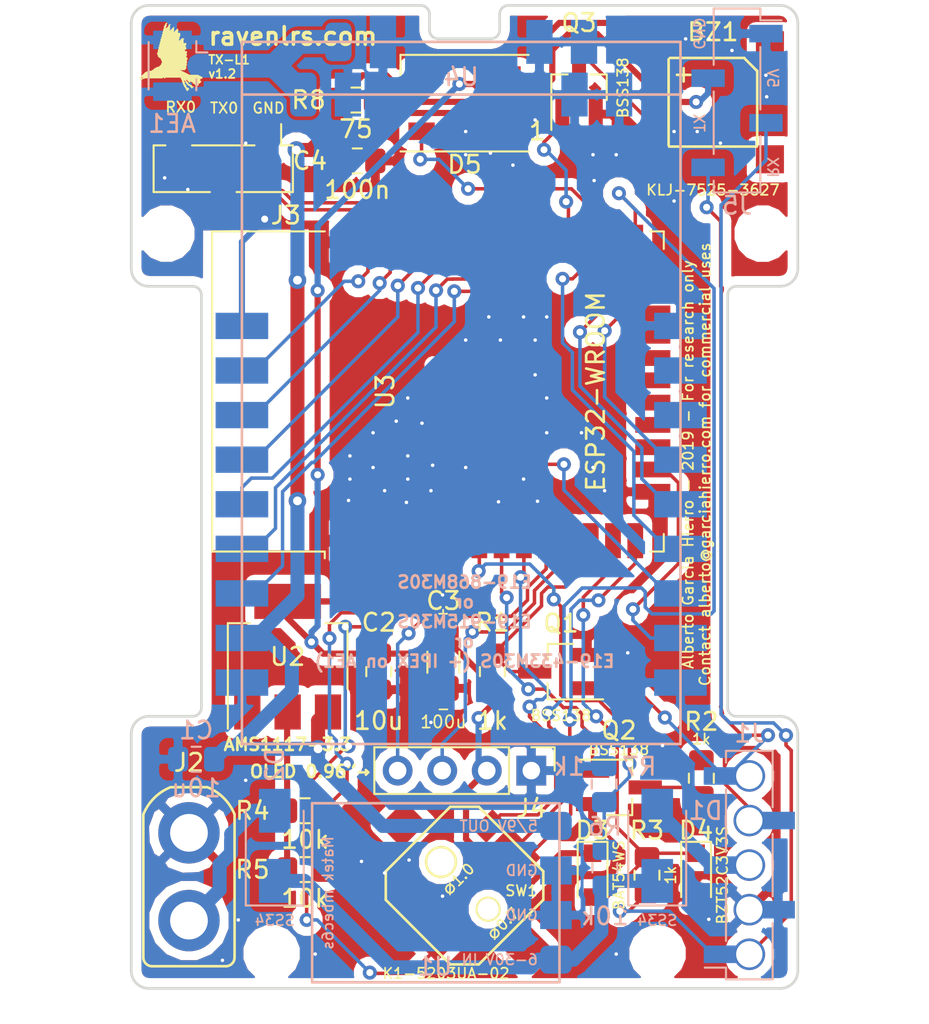
<source format=kicad_pcb>
(kicad_pcb (version 20171130) (host pcbnew "(5.0.1-3-g963ef8bb5)")
  (layers (0 F.Cu signal) (31 B.Cu signal) (34 B.Paste user) (35 F.Paste user) (36 B.SilkS user) (37 F.SilkS user) (38 B.Mask user) (39 F.Mask user) (44 Edge.Cuts user))
  (net 0 "")
  (net 1 +5V)
  (net 2 GND)
  (net 3 +3V3)
  (net 4 VCC)
  (net 5 RX0)
  (net 6 TX0)
  (net 7 /LED_RGB_5V)
  (net 8 IO13=RST)
  (net 9 IO23=RXEN)
  (net 10 IO22=TXEN)
  (net 11 IO21=NSS)
  (net 12 IO19=MOSI)
  (net 13 IO34=DIO0)
  (net 14 /ANT)
  (net 15 /PXX_OUT)
  (net 16 /HEART_BEAT)
  (net 17 IO0=SW_PUSH)
  (net 18 IO18=MISO)
  (net 19 IO5=SCK)
  (net 20 IO16=RGBLED)
  (net 21 IO17=BUZZER)
  (net 22 IO2=DIO2)
  (net 23 IO4=DIO1)
  (net 24 IO15=DIO3)
  (net 25 IO26=SCREEN_SCL)
  (net 26 IO25=SCREEN_SDA)
  (net 27 IO12=SW_UP)
  (net 28 IO33=SW_LEFT)
  (net 29 IO14=SPORT)
  (net 30 IO27=PXX_OUT_INV)
  (net 31 "Net-(BZ1-Pad2)")
  (net 32 "Net-(U3-Pad32)")
  (net 33 "Net-(U3-Pad22)")
  (net 34 "Net-(U3-Pad21)")
  (net 35 "Net-(U3-Pad20)")
  (net 36 "Net-(U3-Pad19)")
  (net 37 "Net-(U3-Pad18)")
  (net 38 "Net-(U3-Pad17)")
  (net 39 "Net-(U4-Pad3)")
  (net 40 "Net-(U4-Pad2)")
  (net 41 /VBAT)
  (net 42 /EXT_VBAT)
  (net 43 IO32=HEARTBEAT)
  (net 44 /SPORT)
  (net 45 IO36=SW_DOWN)
  (net 46 IO39=SW_RIGHT)
  (net 47 IO35=VCC_ADC)
  (net 48 "Net-(D5-Pad2)")
  (net 49 "Net-(Q2-Pad3)")
  (module Raven:K1-5203UA-0X (layer F.Cu) (at 150 107.6432 45)
    (fp_text reference SW1 (at 2.081793 2.497713 180) (layer F.SilkS) (effects (font (size 0.6 0.6) (thickness 0.1))))
    (fp_text value K1-5203UA-02 (at -4.285209 2.794062 180) (layer F.SilkS) (effects (font (size 0.6 0.6) (thickness 0.1))))
    (fp_text user ⌀1.0 (at 0 -0.499999 45) (layer F.SilkS) (effects (font (size 0.6 0.6) (thickness 0.1))))
    (fp_text user ⌀0.7 (at 0 3.1 45) (layer F.SilkS) (effects (font (size 0.6 0.6) (thickness 0.1))))
    (pad "" np_thru_hole circle (at 0 1.9 45) (size 1.2 1.2) (drill 1.2) (layers *.Cu *.Mask))
    (pad "" np_thru_hole circle (at 0 -1.9 45) (size 1.5 1.5) (drill 1.5) (layers *.Cu *.Mask))
    (pad 6 smd rect (at -3.400001 -1.4 45) (size 1.6 1.1) (layers F.Cu F.Paste F.Mask) (net 45 IO36=SW_DOWN))
    (pad 4 smd rect (at -3.400001 1.4 45) (size 1.6 1.1) (layers F.Cu F.Paste F.Mask) (net 46 IO39=SW_RIGHT))
    (pad 5 smd rect (at -3.4 0 45) (size 1.6 1.1) (layers F.Cu F.Paste F.Mask) (net 2 GND))
    (pad 3 smd rect (at 3.400001 -1.4 45) (size 1.6 1.1) (layers F.Cu F.Paste F.Mask) (net 28 IO33=SW_LEFT))
    (pad 1 smd rect (at 3.400001 1.4 45) (size 1.6 1.1) (layers F.Cu F.Paste F.Mask) (net 27 IO12=SW_UP))
    (pad 2 smd rect (at 3.4 0 45) (size 1.6 1.1) (layers F.Cu F.Paste F.Mask) (net 17 IO0=SW_PUSH))
    (pad "" smd rect (at 0 4.950001 45) (size 2 1.8) (layers F.Cu F.Paste F.Mask))
    (pad "" smd rect (at 0 -4.950001 45) (size 2 1.8) (layers F.Cu F.Paste F.Mask))
  )
  (module MountingHole:MountingHole_2.2mm_M2 (layer F.Cu) (at 133 70.5)
    (fp_text reference REF** hide)
    (fp_text value MountingHole_2.2mm_M2)
    (pad 1 np_thru_hole circle (at 0 0) (size 2.2 2.2) (drill 2.2) (layers *.Cu *.Mask))
  )
  (module MountingHole:MountingHole_2.2mm_M2 (layer F.Cu) (at 167 70.5)
    (fp_text reference REF** hide)
    (fp_text value MountingHole_2.2mm_M2)
    (pad 1 np_thru_hole circle (at 0 0) (size 2.2 2.2) (drill 2.2) (layers *.Cu *.Mask))
  )
  (module MountingHole:MountingHole_2.2mm_M2 (layer F.Cu) (at 161 111.5)
    (fp_text reference REF** hide)
    (fp_text value MountingHole_2.2mm_M2)
    (pad 1 np_thru_hole circle (at 0 0) (size 2.2 2.2) (drill 2.2) (layers *.Cu *.Mask))
  )
  (module Raven:MATEK_MBEC6S (layer B.Cu) (at 148.3106 108.0516 180)
    (fp_text reference U1 (at 0 -4.2 180) (layer B.SilkS) (effects (justify mirror)))
    (fp_text value MATEK_MBEC6S)
    (fp_text user "6-30V IN" (at -3.692857 -3.81 180) (layer B.SilkS) (effects (font (size 0.6 0.6) (thickness 0.1)) (justify mirror)))
    (fp_text user GND (at -4.95 -1.27 180) (layer B.SilkS) (effects (font (size 0.6 0.6) (thickness 0.1)) (justify mirror)))
    (fp_text user GND (at -4.95 1.27 180) (layer B.SilkS) (effects (font (size 0.6 0.6) (thickness 0.1)) (justify mirror)))
    (fp_text user "Matek mbec6s" (at 6.09714 -0.01016 90) (layer B.SilkS) (effects (font (size 0.6 0.6) (thickness 0.1)) (justify mirror)))
    (fp_text user "5/9V OUT" (at -3.635714 3.8 180) (layer B.SilkS) (effects (font (size 0.6 0.6) (thickness 0.1)) (justify mirror)))
    (pad 1 smd roundrect (at -6.9 3.81 180) (size 1.8 1.6) (layers B.Cu B.Paste B.Mask) (net 1 +5V))
    (pad 4 smd roundrect (at -6.9 -3.81 180) (size 1.8 1.6) (layers B.Cu B.Paste B.Mask) (net 4 VCC))
    (pad 3 smd rect (at -6.9 -1.27 180) (size 1.8 1.6) (layers B.Cu B.Paste B.Mask) (net 2 GND))
    (pad 2 smd rect (at -6.9 1.27 180) (size 1.8 1.6) (layers B.Cu B.Paste B.Mask) (net 2 GND))
  )
  (module Raven:KLJ-7525-3627 (layer F.Cu) (at 164.159 63.0162 180)
    (fp_text reference BZ1 (at 0 4 180) (layer F.SilkS))
    (fp_text value KLJ-7525-3627 (at 0 -5 180) (layer F.SilkS) (effects (font (size 0.6 0.6) (thickness 0.1))))
    (fp_text user + (at 1.66878 1.63576 180) (layer F.SilkS))
    (pad 2 smd rect (at 3.25 -3.25 180) (size 1.6 1.6) (layers F.Cu F.Paste F.Mask) (net 31 "Net-(BZ1-Pad2)"))
    (pad "" smd custom (at -3.25 3.25 180) (size 1.6 1.6) (layers F.Cu F.Paste F.Mask) (options (clearance outline) (anchor rect)) (primitives))
    (pad 1 smd rect (at 3.25 3.25 180) (size 1.6 1.6) (layers F.Cu F.Paste F.Mask) (net 3 +3V3))
    (pad "" smd rect (at -3.25 -3.25 180) (size 1.6 1.6) (layers F.Cu F.Paste F.Mask))
  )
  (module Raven:PinSocket_1x05_P2.54mm_Vertical_SMD_Pin1Left_WithHoles (layer B.Cu) (at 166.234 106.4768)
    (fp_text reference J1 (at 0 -7.5) (layer B.SilkS) (effects (justify mirror)))
    (fp_text value Conn_JR)
    (pad 1 smd rect (at -1.65 5.08) (size 1.9 1) (layers B.Cu B.Paste B.Mask) (net 44 /SPORT))
    (pad 3 smd rect (at -1.65 0) (size 1.9 1) (layers B.Cu B.Paste B.Mask) (net 41 /VBAT))
    (pad 5 smd rect (at -1.65 -5.08) (size 1.9 1) (layers B.Cu B.Paste B.Mask) (net 15 /PXX_OUT))
    (pad 2 smd rect (at 1.65 2.54) (size 1.9 1) (layers B.Cu B.Paste B.Mask) (net 2 GND))
    (pad 4 smd rect (at 1.65 -2.54) (size 1.9 1) (layers B.Cu B.Paste B.Mask) (net 16 /HEART_BEAT))
    (pad 3 thru_hole circle (at 0 0) (size 1.8 1.8) (drill 1.5) (layers *.Cu *.Mask) (net 41 /VBAT))
    (pad 2 thru_hole circle (at 0 2.54) (size 1.8 1.8) (drill 1.5) (layers *.Cu *.Mask) (net 2 GND))
    (pad 1 thru_hole circle (at 0 5.08) (size 1.8 1.8) (drill 1.5) (layers *.Cu *.Mask) (net 44 /SPORT))
    (pad 4 thru_hole circle (at 0 -2.54) (size 1.8 1.8) (drill 1.5) (layers *.Cu *.Mask) (net 16 /HEART_BEAT))
    (pad 5 thru_hole circle (at 0 -5.08) (size 1.8 1.8) (drill 1.5) (layers *.Cu *.Mask) (net 15 /PXX_OUT))
  )
  (module Capacitor_SMD:C_0805_2012Metric_Pad1.15x1.40mm_HandSolder (layer B.Cu) (at 134.6999 100.4443 180)
    (fp_text reference C1 (at 0 1.65 180) (layer B.SilkS) (effects (justify mirror)))
    (fp_text value 10u (at 0 -1.65 180) (layer B.SilkS) (effects (justify mirror)))
    (pad 2 smd roundrect (at 1.025 0 180) (size 1.15 1.4) (layers B.Cu B.Paste B.Mask) (roundrect_rratio 0.217391) (net 2 GND))
    (pad 1 smd roundrect (at -1.025 0 180) (size 1.15 1.4) (layers B.Cu B.Paste B.Mask) (roundrect_rratio 0.217391) (net 1 +5V))
  )
  (module Capacitor_SMD:C_0805_2012Metric_Pad1.15x1.40mm_HandSolder (layer F.Cu) (at 145.1102 95.4532 270)
    (fp_text reference C2 (at -2.8 0) (layer F.SilkS))
    (fp_text value 10u (at 2.8 0) (layer F.SilkS))
    (pad 2 smd roundrect (at 1.025 0 270) (size 1.15 1.4) (layers F.Cu F.Paste F.Mask) (roundrect_rratio 0.217391) (net 2 GND))
    (pad 1 smd roundrect (at -1.025 0 270) (size 1.15 1.4) (layers F.Cu F.Paste F.Mask) (roundrect_rratio 0.217391) (net 3 +3V3))
  )
  (module Package_TO_SOT_SMD:SOT-223-3_TabPin2 (layer F.Cu) (at 139.9159 94.6027 90)
    (fp_text reference U2 (at 0 0 180) (layer F.SilkS))
    (fp_text value AMS1117-3.3 (at -5 0 180) (layer F.SilkS) (effects (font (size 0.7 0.7))))
    (pad 1 smd rect (at -3.15 -2.3 90) (size 2 1.5) (layers F.Cu F.Paste F.Mask) (net 2 GND))
    (pad 3 smd rect (at -3.15 2.3 90) (size 2 1.5) (layers F.Cu F.Paste F.Mask) (net 1 +5V))
    (pad 2 smd rect (at -3.15 0 90) (size 2 1.5) (layers F.Cu F.Paste F.Mask) (net 3 +3V3))
    (pad 2 smd rect (at 3.15 0 90) (size 2 3.8) (layers F.Cu F.Paste F.Mask) (net 3 +3V3))
  )
  (module Raven:ESP32-WROOM-32 (layer F.Cu) (at 151.4776 79.493 90)
    (fp_text reference U3 (at 0 -6 270) (layer F.SilkS))
    (fp_text value ESP32-WROOM (at 0 6 90) (layer F.SilkS))
    (pad 38 smd rect (at 8.5 -8.255 90) (size 2 0.9) (layers F.Cu F.Paste F.Mask) (net 2 GND))
    (pad 37 smd rect (at 8.5 -6.985 90) (size 2 0.9) (layers F.Cu F.Paste F.Mask) (net 9 IO23=RXEN))
    (pad 36 smd rect (at 8.5 -5.715 90) (size 2 0.9) (layers F.Cu F.Paste F.Mask) (net 10 IO22=TXEN))
    (pad 35 smd rect (at 8.5 -4.445 90) (size 2 0.9) (layers F.Cu F.Paste F.Mask) (net 6 TX0))
    (pad 34 smd rect (at 8.5 -3.175 90) (size 2 0.9) (layers F.Cu F.Paste F.Mask) (net 5 RX0))
    (pad 33 smd rect (at 8.5 -1.905 90) (size 2 0.9) (layers F.Cu F.Paste F.Mask) (net 11 IO21=NSS))
    (pad 32 smd rect (at 8.5 -0.635 90) (size 2 0.9) (layers F.Cu F.Paste F.Mask) (net 32 "Net-(U3-Pad32)"))
    (pad 31 smd rect (at 8.5 0.635 90) (size 2 0.9) (layers F.Cu F.Paste F.Mask) (net 12 IO19=MOSI))
    (pad 30 smd rect (at 8.5 1.905 90) (size 2 0.9) (layers F.Cu F.Paste F.Mask) (net 18 IO18=MISO))
    (pad 29 smd rect (at 8.5 3.175 90) (size 2 0.9) (layers F.Cu F.Paste F.Mask) (net 19 IO5=SCK))
    (pad 28 smd rect (at 8.5 4.445 90) (size 2 0.9) (layers F.Cu F.Paste F.Mask) (net 21 IO17=BUZZER))
    (pad 27 smd rect (at 8.5 5.715 90) (size 2 0.9) (layers F.Cu F.Paste F.Mask) (net 20 IO16=RGBLED))
    (pad 26 smd rect (at 8.5 6.985 90) (size 2 0.9) (layers F.Cu F.Paste F.Mask) (net 23 IO4=DIO1))
    (pad 25 smd rect (at 8.5 8.255 90) (size 2 0.9) (layers F.Cu F.Paste F.Mask) (net 17 IO0=SW_PUSH))
    (pad 24 smd rect (at 5.715 9.255 180) (size 2 0.9) (layers F.Cu F.Paste F.Mask) (net 22 IO2=DIO2))
    (pad 23 smd rect (at 4.445 9.255 180) (size 2 0.9) (layers F.Cu F.Paste F.Mask) (net 24 IO15=DIO3))
    (pad 22 smd rect (at 3.175 9.255 180) (size 2 0.9) (layers F.Cu F.Paste F.Mask) (net 33 "Net-(U3-Pad22)"))
    (pad 21 smd rect (at 1.905 9.255 180) (size 2 0.9) (layers F.Cu F.Paste F.Mask) (net 34 "Net-(U3-Pad21)"))
    (pad 20 smd rect (at 0.635 9.255 180) (size 2 0.9) (layers F.Cu F.Paste F.Mask) (net 35 "Net-(U3-Pad20)"))
    (pad 19 smd rect (at -0.635 9.255 180) (size 2 0.9) (layers F.Cu F.Paste F.Mask) (net 36 "Net-(U3-Pad19)"))
    (pad 18 smd rect (at -1.905 9.255 180) (size 2 0.9) (layers F.Cu F.Paste F.Mask) (net 37 "Net-(U3-Pad18)"))
    (pad 17 smd rect (at -3.175 9.255 180) (size 2 0.9) (layers F.Cu F.Paste F.Mask) (net 38 "Net-(U3-Pad17)"))
    (pad 16 smd rect (at -4.445 9.255 180) (size 2 0.9) (layers F.Cu F.Paste F.Mask) (net 8 IO13=RST))
    (pad 15 smd rect (at -5.715 9.255 180) (size 2 0.9) (layers F.Cu F.Paste F.Mask) (net 2 GND))
    (pad 14 smd rect (at -8.5 8.255 90) (size 2 0.9) (layers F.Cu F.Paste F.Mask) (net 27 IO12=SW_UP))
    (pad 13 smd rect (at -8.5 6.985 90) (size 2 0.9) (layers F.Cu F.Paste F.Mask) (net 29 IO14=SPORT))
    (pad 12 smd rect (at -8.5 5.715 90) (size 2 0.9) (layers F.Cu F.Paste F.Mask) (net 30 IO27=PXX_OUT_INV))
    (pad 11 smd rect (at -8.5 4.445 90) (size 2 0.9) (layers F.Cu F.Paste F.Mask) (net 25 IO26=SCREEN_SCL))
    (pad 10 smd rect (at -8.5 3.175 90) (size 2 0.9) (layers F.Cu F.Paste F.Mask) (net 26 IO25=SCREEN_SDA))
    (pad 9 smd rect (at -8.5 1.905 90) (size 2 0.9) (layers F.Cu F.Paste F.Mask) (net 28 IO33=SW_LEFT))
    (pad 8 smd rect (at -8.5 0.635 90) (size 2 0.9) (layers F.Cu F.Paste F.Mask) (net 43 IO32=HEARTBEAT))
    (pad 7 smd rect (at -8.5 -0.635 90) (size 2 0.9) (layers F.Cu F.Paste F.Mask) (net 47 IO35=VCC_ADC))
    (pad 6 smd rect (at -8.5 -1.905 90) (size 2 0.9) (layers F.Cu F.Paste F.Mask) (net 13 IO34=DIO0))
    (pad 5 smd rect (at -8.5 -3.175 90) (size 2 0.9) (layers F.Cu F.Paste F.Mask) (net 46 IO39=SW_RIGHT))
    (pad 4 smd rect (at -8.5 -4.445 90) (size 2 0.9) (layers F.Cu F.Paste F.Mask) (net 45 IO36=SW_DOWN))
    (pad 3 smd rect (at -8.5 -5.715 90) (size 2 0.9) (layers F.Cu F.Paste F.Mask) (net 3 +3V3))
    (pad 2 smd rect (at -8.5 -6.985 90) (size 2 0.9) (layers F.Cu F.Paste F.Mask) (net 3 +3V3))
    (pad 1 smd rect (at -8.5 -8.255 90) (size 2 0.9) (layers F.Cu F.Paste F.Mask) (net 2 GND))
    (pad 39 smd rect (at -1 -0.755 90) (size 5 5) (layers F.Cu F.Paste F.Mask) (net 2 GND))
  )
  (module Resistor_SMD:R_0805_2012Metric_Pad1.15x1.40mm_HandSolder (layer F.Cu) (at 163.5 101.525 90)
    (fp_text reference R2 (at 3.225 0 180) (layer F.SilkS))
    (fp_text value 1k (at 2.225 0 180) (layer F.SilkS) (effects (font (size 0.6 0.6) (thickness 0.1))))
    (pad 1 smd roundrect (at -1.025 0 90) (size 1.15 1.4) (layers F.Cu F.Paste F.Mask) (roundrect_rratio 0.217391) (net 49 "Net-(Q2-Pad3)"))
    (pad 2 smd roundrect (at 1.025 0 90) (size 1.15 1.4) (layers F.Cu F.Paste F.Mask) (roundrect_rratio 0.217391) (net 16 /HEART_BEAT))
  )
  (module Capacitor_SMD:C_0805_2012Metric_Pad1.15x1.40mm_HandSolder (layer F.Cu) (at 143.8873 66.3575)
    (fp_text reference C4 (at -2.7 0) (layer F.SilkS))
    (fp_text value 100n (at 0 1.65) (layer F.SilkS))
    (pad 2 smd roundrect (at 1.025 0) (size 1.15 1.4) (layers F.Cu F.Paste F.Mask) (roundrect_rratio 0.217391) (net 2 GND))
    (pad 1 smd roundrect (at -1.025 0) (size 1.15 1.4) (layers F.Cu F.Paste F.Mask) (roundrect_rratio 0.217391) (net 7 /LED_RGB_5V))
  )
  (module Raven:E19-433_868_915M30S (layer B.Cu) (at 149.8092 79.5782 180)
    (fp_text reference U4 (at 0 18 180) (layer B.SilkS) (effects (justify mirror)))
    (fp_text value E19-XXXM30S)
    (pad 9 smd rect (at -12.5 -16.5 180) (size 3 1.5) (layers B.Cu B.Paste B.Mask) (net 2 GND))
    (pad 8 smd rect (at -12.5 -13.96 180) (size 3 1.5) (layers B.Cu B.Paste B.Mask) (net 8 IO13=RST))
    (pad 7 smd rect (at -12.5 -11.42 180) (size 3 1.5) (layers B.Cu B.Paste B.Mask) (net 13 IO34=DIO0))
    (pad 6 smd rect (at -12.5 -8.88 180) (size 3 1.5) (layers B.Cu B.Paste B.Mask) (net 23 IO4=DIO1))
    (pad 5 smd rect (at -12.5 -6.34 180) (size 3 1.5) (layers B.Cu B.Paste B.Mask) (net 22 IO2=DIO2))
    (pad 4 smd rect (at -12.5 -3.8 180) (size 3 1.5) (layers B.Cu B.Paste B.Mask) (net 24 IO15=DIO3))
    (pad 3 smd rect (at -12.5 -1.26 180) (size 3 1.5) (layers B.Cu B.Paste B.Mask) (net 39 "Net-(U4-Pad3)"))
    (pad 2 smd rect (at -12.5 1.28 180) (size 3 1.5) (layers B.Cu B.Paste B.Mask) (net 40 "Net-(U4-Pad2)"))
    (pad 1 smd rect (at -12.5 3.82 180) (size 3 1.5) (layers B.Cu B.Paste B.Mask) (net 2 GND))
    (pad 16 smd rect (at 12.5 -1.26 180) (size 3 1.5) (layers B.Cu B.Paste B.Mask) (net 10 IO22=TXEN))
    (pad 13 smd rect (at 12.5 -8.88 180) (size 3 1.5) (layers B.Cu B.Paste B.Mask) (net 18 IO18=MISO))
    (pad 10 smd rect (at 12.5 -16.5 180) (size 3 1.5) (layers B.Cu B.Paste B.Mask) (net 2 GND))
    (pad 12 smd rect (at 12.5 -11.42 180) (size 3 1.5) (layers B.Cu B.Paste B.Mask) (net 19 IO5=SCK))
    (pad 15 smd rect (at 12.5 -3.8 180) (size 3 1.5) (layers B.Cu B.Paste B.Mask) (net 11 IO21=NSS))
    (pad 18 smd rect (at 12.5 3.82 180) (size 3 1.5) (layers B.Cu B.Paste B.Mask) (net 2 GND))
    (pad 14 smd rect (at 12.5 -6.34 180) (size 3 1.5) (layers B.Cu B.Paste B.Mask) (net 12 IO19=MOSI))
    (pad 11 smd rect (at 12.5 -13.96 180) (size 3 1.5) (layers B.Cu B.Paste B.Mask) (net 1 +5V))
    (pad 17 smd rect (at 12.5 1.28 180) (size 3 1.5) (layers B.Cu B.Paste B.Mask) (net 9 IO23=RXEN))
    (pad 19 smd roundrect (at 7 20 90) (size 2.2 1.5) (layers B.Cu B.Paste B.Mask) (net 14 /ANT))
    (pad 20 smd rect (at 4.46 20 90) (size 3 1.5) (layers B.Cu B.Paste B.Mask) (net 2 GND))
    (pad 22 smd rect (at -7 20 90) (size 2.5 1.5) (layers B.Cu B.Paste B.Mask) (net 2 GND))
    (pad 21 smd rect (at -4.46 20 90) (size 2.5 1.5) (layers B.Cu B.Paste B.Mask) (net 2 GND))
    (pad 19 smd roundrect (at 9 17 90) (size 2.5 1.5) (layers B.Cu B.Paste B.Mask) (net 14 /ANT))
    (pad 20 smd rect (at 6.46 17 90) (size 2.5 1.5) (layers B.Cu B.Paste B.Mask) (net 2 GND))
    (pad 22 smd rect (at -9 17 90) (size 2.5 1.5) (layers B.Cu B.Paste B.Mask) (net 2 GND))
    (pad 21 smd rect (at -6.46 17 90) (size 2.5 1.5) (layers B.Cu B.Paste B.Mask) (net 2 GND))
  )
  (module Package_TO_SOT_SMD:SOT-23_Handsoldering (layer F.Cu) (at 155.4988 95.4532 180)
    (fp_text reference Q1 (at 0 2.75 180) (layer F.SilkS))
    (fp_text value BSS138 (at 0 -2.5 180) (layer F.SilkS) (effects (font (size 0.6 0.6) (thickness 0.1))))
    (pad 1 smd rect (at -1.5 -0.95 180) (size 1.9 0.8) (layers F.Cu F.Paste F.Mask) (net 15 /PXX_OUT))
    (pad 2 smd rect (at -1.5 0.95 180) (size 1.9 0.8) (layers F.Cu F.Paste F.Mask) (net 2 GND))
    (pad 3 smd rect (at 1.5 0 180) (size 1.9 0.8) (layers F.Cu F.Paste F.Mask) (net 30 IO27=PXX_OUT_INV))
  )
  (module Package_TO_SOT_SMD:SOT-23_Handsoldering (layer F.Cu) (at 158.8 102.05)
    (fp_text reference Q2 (at 0 -3.25 180) (layer F.SilkS))
    (fp_text value BSS138 (at 0 -2.15) (layer F.SilkS) (effects (font (size 0.6 0.6) (thickness 0.1))))
    (pad 3 smd rect (at 1.5 0) (size 1.9 0.8) (layers F.Cu F.Paste F.Mask) (net 49 "Net-(Q2-Pad3)"))
    (pad 2 smd rect (at -1.5 0.95) (size 1.9 0.8) (layers F.Cu F.Paste F.Mask) (net 2 GND))
    (pad 1 smd rect (at -1.5 -0.95) (size 1.9 0.8) (layers F.Cu F.Paste F.Mask) (net 43 IO32=HEARTBEAT))
  )
  (module Resistor_SMD:R_0805_2012Metric_Pad1.15x1.40mm_HandSolder (layer F.Cu) (at 151.5872 95.4532 90)
    (fp_text reference R1 (at 2.8 0 180) (layer F.SilkS))
    (fp_text value 1k (at -2.8 0 180) (layer F.SilkS))
    (pad 2 smd roundrect (at 1.025 0 90) (size 1.15 1.4) (layers F.Cu F.Paste F.Mask) (roundrect_rratio 0.217391) (net 30 IO27=PXX_OUT_INV))
    (pad 1 smd roundrect (at -1.025 0 90) (size 1.15 1.4) (layers F.Cu F.Paste F.Mask) (roundrect_rratio 0.217391) (net 3 +3V3))
  )
  (module Connector_Coaxial:U.FL_Hirose_U.FL-R-SMT-1_Vertical (layer B.Cu) (at 133.825 60.9364 180)
    (fp_text reference AE1 (at 0.5 -3.3 180) (layer B.SilkS) (effects (justify mirror)))
    (fp_text value Antenna_Dipole)
    (pad 2 smd rect (at 0.475 -1.475 180) (size 2.2 1.05) (layers B.Cu B.Paste B.Mask) (net 2 GND))
    (pad 1 smd rect (at -1.05 0 180) (size 1.05 1) (layers B.Cu B.Paste B.Mask) (net 14 /ANT))
    (pad 2 smd rect (at 0.475 1.475 180) (size 2.2 1.05) (layers B.Cu B.Paste B.Mask) (net 2 GND))
  )
  (module Raven:Raven_Logo (layer F.Cu) (at 133.2484 60.432837)
    (fp_text reference G*** hide)
    (fp_text value LOGO hide)
  )
  (module Capacitor_SMD:C_1206_3216Metric_Pad1.42x1.75mm_HandSolder (layer F.Cu) (at 148.7932 94.9198 270)
    (fp_text reference C3 (at -3.5 0) (layer F.SilkS))
    (fp_text value 100u (at 3.4 0) (layer F.SilkS) (effects (font (size 0.7 0.7) (thickness 0.1))))
    (pad 1 smd roundrect (at -1.4875 0 270) (size 1.425 1.75) (layers F.Cu F.Paste F.Mask) (roundrect_rratio 0.175439) (net 3 +3V3))
    (pad 2 smd roundrect (at 1.4875 0 270) (size 1.425 1.75) (layers F.Cu F.Paste F.Mask) (roundrect_rratio 0.175439) (net 2 GND))
  )
  (module Resistor_SMD:R_0805_2012Metric_Pad1.15x1.40mm_HandSolder (layer F.Cu) (at 160.4 107.05 270)
    (fp_text reference R3 (at -2.55 0) (layer F.SilkS))
    (fp_text value 1k (at 0 -1.35 270) (layer F.SilkS) (effects (font (size 0.6 0.6) (thickness 0.1))))
    (pad 1 smd roundrect (at -1.025 0 270) (size 1.15 1.4) (layers F.Cu F.Paste F.Mask) (roundrect_rratio 0.217391) (net 29 IO14=SPORT))
    (pad 2 smd roundrect (at 1.025 0 270) (size 1.15 1.4) (layers F.Cu F.Paste F.Mask) (roundrect_rratio 0.217391) (net 44 /SPORT))
  )
  (module Resistor_SMD:R_0805_2012Metric_Pad1.15x1.40mm_HandSolder (layer F.Cu) (at 140.9102 103.378)
    (fp_text reference R4 (at -3 0) (layer F.SilkS))
    (fp_text value 10k (at 0 1.65) (layer F.SilkS))
    (pad 1 smd roundrect (at -1.025 0) (size 1.15 1.4) (layers F.Cu F.Paste F.Mask) (roundrect_rratio 0.217391) (net 3 +3V3))
    (pad 2 smd roundrect (at 1.025 0) (size 1.15 1.4) (layers F.Cu F.Paste F.Mask) (roundrect_rratio 0.217391) (net 45 IO36=SW_DOWN))
  )
  (module Diode_SMD:D_SOD-323_HandSoldering (layer F.Cu) (at 157.3 107.05 270)
    (fp_text reference D3 (at -2.55 0) (layer F.SilkS))
    (fp_text value BAT54WS (at 0 -1.5 270) (layer F.SilkS) (effects (font (size 0.6 0.6) (thickness 0.1))))
    (pad 2 smd rect (at 1.25 0 270) (size 1 1) (layers F.Cu F.Paste F.Mask) (net 29 IO14=SPORT))
    (pad 1 smd rect (at -1.25 0 270) (size 1 1) (layers F.Cu F.Paste F.Mask) (net 3 +3V3))
  )
  (module Diode_SMD:D_SOD-323_HandSoldering (layer F.Cu) (at 163.2 107.05 270)
    (fp_text reference D4 (at -2.55 0) (layer F.SilkS))
    (fp_text value BZT52C3V3S (at 0 -1.5 270) (layer F.SilkS) (effects (font (size 0.6 0.6) (thickness 0.1))))
    (pad 2 smd rect (at 1.25 0 270) (size 1 1) (layers F.Cu F.Paste F.Mask) (net 2 GND))
    (pad 1 smd rect (at -1.25 0 270) (size 1 1) (layers F.Cu F.Paste F.Mask) (net 29 IO14=SPORT))
  )
  (module Raven:XT30 (layer F.Cu) (at 134.2898 107.1372 180)
    (fp_text reference J2 (at 0 6.5 180) (layer F.SilkS))
    (fp_text value Battery)
    (pad 2 thru_hole circle (at 0 -2.5 180) (size 3.5 3.5) (drill 2.15) (layers *.Cu *.Mask) (net 42 /EXT_VBAT))
    (pad 1 thru_hole circle (at 0 2.5 180) (size 3.5 3.5) (drill 2.15) (layers *.Cu *.Mask) (net 2 GND))
  )
  (module Resistor_SMD:R_0805_2012Metric_Pad1.15x1.40mm_HandSolder (layer F.Cu) (at 140.9102 106.7308)
    (fp_text reference R5 (at -3 0) (layer F.SilkS))
    (fp_text value 10k (at 0 1.65) (layer F.SilkS))
    (pad 1 smd roundrect (at -1.025 0) (size 1.15 1.4) (layers F.Cu F.Paste F.Mask) (roundrect_rratio 0.217391) (net 3 +3V3))
    (pad 2 smd roundrect (at 1.025 0) (size 1.15 1.4) (layers F.Cu F.Paste F.Mask) (roundrect_rratio 0.217391) (net 46 IO39=SW_RIGHT))
  )
  (module Resistor_SMD:R_0805_2012Metric_Pad1.15x1.40mm_HandSolder (layer B.Cu) (at 158.0007 106.6329 90)
    (fp_text reference R6 (at 2.35 0 180) (layer B.SilkS) (effects (justify mirror)))
    (fp_text value 10k (at -2.75 0 180) (layer B.SilkS) (effects (justify mirror)))
    (pad 1 smd roundrect (at -1.025 0 90) (size 1.15 1.4) (layers B.Cu B.Paste B.Mask) (roundrect_rratio 0.217391) (net 4 VCC))
    (pad 2 smd roundrect (at 1.025 0 90) (size 1.15 1.4) (layers B.Cu B.Paste B.Mask) (roundrect_rratio 0.217391) (net 47 IO35=VCC_ADC))
  )
  (module Resistor_SMD:R_0805_2012Metric_Pad1.15x1.40mm_HandSolder (layer B.Cu) (at 157.9626 101.863 90)
    (fp_text reference R7 (at 1 2 180) (layer B.SilkS) (effects (justify mirror)))
    (fp_text value 1k (at 1 -2 180) (layer B.SilkS) (effects (justify mirror)))
    (pad 2 smd roundrect (at 1.025 0 90) (size 1.15 1.4) (layers B.Cu B.Paste B.Mask) (roundrect_rratio 0.217391) (net 2 GND))
    (pad 1 smd roundrect (at -1.025 0 90) (size 1.15 1.4) (layers B.Cu B.Paste B.Mask) (roundrect_rratio 0.217391) (net 47 IO35=VCC_ADC))
  )
  (module Resistor_SMD:R_0805_2012Metric_Pad1.15x1.40mm_HandSolder (layer F.Cu) (at 143.8111 62.8904)
    (fp_text reference R8 (at -2.7 0) (layer F.SilkS))
    (fp_text value 75 (at 0 1.65) (layer F.SilkS))
    (pad 1 smd roundrect (at -1.025 0) (size 1.15 1.4) (layers F.Cu F.Paste F.Mask) (roundrect_rratio 0.217391) (net 1 +5V))
    (pad 2 smd roundrect (at 1.025 0) (size 1.15 1.4) (layers F.Cu F.Paste F.Mask) (roundrect_rratio 0.217391) (net 7 /LED_RGB_5V))
  )
  (module MountingHole:MountingHole_2.2mm_M2 (layer F.Cu) (at 139 111.5)
    (fp_text reference REF** hide)
    (fp_text value MountingHole_2.2mm_M2)
    (pad 1 np_thru_hole circle (at 0 0) (size 2.2 2.2) (drill 2.2) (layers *.Cu *.Mask))
  )
  (module Connector_PinSocket_2.54mm:PinSocket_1x04_P2.54mm_Vertical_SMD_Pin1Left (layer B.Cu) (at 165.5328 62.9158 180)
    (fp_text reference J5 (at 0 -5.9842 180) (layer B.SilkS) (effects (justify mirror)))
    (fp_text value Conn_EXT_RX)
    (pad 1 smd rect (at -1.65 3.81 180) (size 1.9 1) (layers B.Cu B.Paste B.Mask) (net 2 GND))
    (pad 3 smd rect (at -1.65 -1.27 180) (size 1.9 1) (layers B.Cu B.Paste B.Mask) (net 44 /SPORT))
    (pad 2 smd rect (at 1.65 1.27 180) (size 1.9 1) (layers B.Cu B.Paste B.Mask) (net 1 +5V))
    (pad 4 smd rect (at 1.65 -3.81 180) (size 1.9 1) (layers B.Cu B.Paste B.Mask) (net 15 /PXX_OUT))
  )
  (module Connector_PinSocket_2.54mm:PinSocket_1x03_P2.54mm_Vertical_SMD_Pin1Left (layer F.Cu) (at 136.2456 66.803 270)
    (fp_text reference J3 (at 2.6533 -3.5687) (layer F.SilkS))
    (fp_text value Programming)
    (pad 1 smd rect (at -1.65 -2.54 270) (size 1.9 1) (layers F.Cu F.Paste F.Mask) (net 2 GND))
    (pad 3 smd rect (at -1.65 2.54 270) (size 1.9 1) (layers F.Cu F.Paste F.Mask) (net 5 RX0))
    (pad 2 smd rect (at 1.65 0 270) (size 1.9 1) (layers F.Cu F.Paste F.Mask) (net 6 TX0))
  )
  (module Connector_PinHeader_2.54mm:PinHeader_1x04_P2.54mm_Vertical (layer F.Cu) (at 153.8064 101.092 270)
    (fp_text reference J4 (at 2.15 0) (layer F.SilkS))
    (fp_text value Screen)
    (pad 1 thru_hole rect (at 0 0 270) (size 1.7 1.7) (drill 1) (layers *.Cu *.Mask) (net 2 GND))
    (pad 2 thru_hole oval (at 0 2.54 270) (size 1.7 1.7) (drill 1) (layers *.Cu *.Mask) (net 3 +3V3))
    (pad 3 thru_hole oval (at 0 5.08 270) (size 1.7 1.7) (drill 1) (layers *.Cu *.Mask) (net 25 IO26=SCREEN_SCL))
    (pad 4 thru_hole oval (at 0 7.62 270) (size 1.7 1.7) (drill 1) (layers *.Cu *.Mask) (net 26 IO25=SCREEN_SDA))
  )
  (module Diode_SMD:D_SMA (layer B.Cu) (at 160.9852 105.378 90)
    (fp_text reference D1 (at 2 2.75 180) (layer B.SilkS) (effects (justify mirror)))
    (fp_text value SS34 (at -4.25 0 180) (layer B.SilkS) (effects (font (size 0.6 0.6) (thickness 0.1)) (justify mirror)))
    (pad 1 smd rect (at -2 0 90) (size 2.5 1.8) (layers B.Cu B.Paste B.Mask) (net 4 VCC))
    (pad 2 smd rect (at 2 0 90) (size 2.5 1.8) (layers B.Cu B.Paste B.Mask) (net 41 /VBAT))
  )
  (module Diode_SMD:D_SMA (layer B.Cu) (at 139.1793 105.378 90)
    (fp_text reference D2 (at 4.6 0 90) (layer B.SilkS) (effects (justify mirror)))
    (fp_text value SS34 (at -4.25 0 180) (layer B.SilkS) (effects (font (size 0.6 0.6) (thickness 0.1)) (justify mirror)))
    (pad 2 smd rect (at 2 0 90) (size 2.5 1.8) (layers B.Cu B.Paste B.Mask) (net 42 /EXT_VBAT))
    (pad 1 smd rect (at -2 0 90) (size 2.5 1.8) (layers B.Cu B.Paste B.Mask) (net 4 VCC))
  )
  (module LED_SMD:LED_WS2812B_PLCC4_5.0x5.0mm_P3.2mm (layer F.Cu) (at 150 63.0682 180)
    (fp_text reference D5 (at 0 -3.5 180) (layer F.SilkS))
    (fp_text value WS2812B)
    (fp_text user 1 (at -4.15 -1.6 180) (layer F.SilkS))
    (pad 3 smd rect (at 2.45 1.6 180) (size 1.5 1) (layers F.Cu F.Paste F.Mask) (net 2 GND))
    (pad 4 smd rect (at 2.45 -1.6 180) (size 1.5 1) (layers F.Cu F.Paste F.Mask) (net 20 IO16=RGBLED))
    (pad 2 smd rect (at -2.45 1.6 180) (size 1.5 1) (layers F.Cu F.Paste F.Mask) (net 48 "Net-(D5-Pad2)"))
    (pad 1 smd rect (at -2.45 -1.6 180) (size 1.5 1) (layers F.Cu F.Paste F.Mask) (net 7 /LED_RGB_5V))
  )
  (module Package_TO_SOT_SMD:SOT-23_Handsoldering (layer F.Cu) (at 156.5275 62.1919 90)
    (fp_text reference Q3 (at 3.7 0 180) (layer F.SilkS))
    (fp_text value BSS138 (at 0 2.5 90) (layer F.SilkS) (effects (font (size 0.6 0.6) (thickness 0.1))))
    (pad 1 smd rect (at -1.5 -0.95 90) (size 1.9 0.8) (layers F.Cu F.Paste F.Mask) (net 21 IO17=BUZZER))
    (pad 2 smd rect (at -1.5 0.95 90) (size 1.9 0.8) (layers F.Cu F.Paste F.Mask) (net 2 GND))
    (pad 3 smd rect (at 1.5 0 90) (size 1.9 0.8) (layers F.Cu F.Paste F.Mask) (net 31 "Net-(BZ1-Pad2)"))
  )
  (gr_text "Alberto Garcia Hierro - 2019 - For research only\nContact alberto@garciahierro.com for commercial uses" (at 163.225 83.65 90) (layer F.SilkS) (effects (font (size 0.6 0.6) (thickness 0.1))))
  (gr_arc (start 165.5 74) (end 165 74) (angle 90) (layer Edge.Cuts) (width 0.15))
  (gr_arc (start 134.5 74) (end 134.5 73.5) (angle 90) (layer Edge.Cuts) (width 0.15))
  (gr_arc (start 134.5 97.5) (end 135 97.5) (angle 90) (layer Edge.Cuts) (width 0.15))
  (gr_arc (start 165.5 97.5) (end 165.5 98) (angle 90) (layer Edge.Cuts) (width 0.15))
  (gr_text RX (at 167.5638 66.7258 270) (layer B.SilkS) (effects (font (size 0.6 0.6) (thickness 0.1)) (justify mirror)))
  (gr_text TX (at 163.3601 64.1858 270) (layer B.SilkS) (effects (font (size 0.6 0.6) (thickness 0.1)) (justify mirror)))
  (gr_text GND (at 163.3601 59.1058 270) (layer B.SilkS) (effects (font (size 0.6 0.6) (thickness 0.1)) (justify mirror)))
  (gr_text 5V (at 167.5638 61.6458 270) (layer B.SilkS) (effects (font (size 0.6 0.6) (thickness 0.1)) (justify mirror)))
  (gr_text TX0 (at 136.2964 63.3476) (layer F.SilkS) (effects (font (size 0.6 0.6) (thickness 0.1))))
  (gr_line (start 148.5 59.4) (end 151.5 59.4) (layer Edge.Cuts) (width 0.15))
  (gr_arc (start 151.5 58.9) (end 151.5 59.4) (angle -90) (layer Edge.Cuts) (width 0.15))
  (gr_line (start 152 58.9) (end 152 58) (layer Edge.Cuts) (width 0.15))
  (gr_line (start 148 58.9) (end 148 58) (layer Edge.Cuts) (width 0.15))
  (gr_arc (start 148.5 58.9) (end 148 58.9) (angle -90) (layer Edge.Cuts) (width 0.15))
  (gr_arc (start 147.5 58) (end 148 58) (angle -90) (layer Edge.Cuts) (width 0.15))
  (gr_arc (start 152.5 58) (end 152.5 57.5) (angle -90) (layer Edge.Cuts) (width 0.15))
  (gr_line (start 147.5 57.5) (end 132 57.5) (layer Edge.Cuts) (width 0.15))
  (gr_text + (at 148.7805 92.1131) (layer F.SilkS) (effects (font (size 0.6 0.6) (thickness 0.1))))
  (gr_text - (at 148.7932 97.5614) (layer F.SilkS) (effects (font (size 0.6 0.6) (thickness 0.1))))
  (gr_arc (start 132 72.5) (end 132 73.5) (angle 90) (layer Edge.Cuts) (width 0.15))
  (gr_arc (start 168 72.5) (end 169 72.5) (angle 90) (layer Edge.Cuts) (width 0.15))
  (gr_arc (start 168 99) (end 168 98) (angle 90) (layer Edge.Cuts) (width 0.15))
  (gr_arc (start 132 99) (end 131 99) (angle 90) (layer Edge.Cuts) (width 0.15))
  (gr_arc (start 168 112.5) (end 169 112.5) (angle 90) (layer Edge.Cuts) (width 0.15))
  (gr_arc (start 132 112.5) (end 132 113.5) (angle 90) (layer Edge.Cuts) (width 0.15))
  (gr_arc (start 132 58.5) (end 131 58.5) (angle 90) (layer Edge.Cuts) (width 0.15))
  (gr_arc (start 168 58.5) (end 168 57.5) (angle 90) (layer Edge.Cuts) (width 0.15))
  (gr_text "OLED 0.96”→" (at 141.224 101.1428) (layer F.SilkS) (effects (font (size 0.7 0.7))))
  (gr_text "E19-868M30S\nor\nE19-915M30S\nor\nE19-433M30S (+ IPEX on AE1)" (at 150 92.6084) (layer B.SilkS) (effects (font (size 0.7 0.7)) (justify mirror)))
  (gr_line (start 132 73.5) (end 134.5 73.5) (layer Edge.Cuts) (width 0.15))
  (gr_line (start 168 73.5) (end 165.5 73.5) (layer Edge.Cuts) (width 0.15))
  (gr_line (start 169 72.5) (end 169 58.5) (layer Edge.Cuts) (width 0.15))
  (gr_line (start 131 72.5) (end 131 58.5) (layer Edge.Cuts) (width 0.15))
  (gr_line (start 132 98) (end 134.5 98) (layer Edge.Cuts) (width 0.15))
  (gr_line (start 131 112.5) (end 131 99) (layer Edge.Cuts) (width 0.15))
  (gr_line (start 168 98) (end 165.5 98) (layer Edge.Cuts) (width 0.15))
  (gr_line (start 169 112.5) (end 169 99) (layer Edge.Cuts) (width 0.15))
  (gr_text "TX-L1\nv1.2" (at 135.334986 60.9981) (layer F.SilkS) (effects (font (size 0.5 0.5) (thickness 0.1)) (justify left)))
  (gr_text ravenlrs.com (at 140.2207 59.2582) (layer F.SilkS) (effects (font (size 1 1) (thickness 0.2))))
  (gr_text GND (at 138.8237 63.3476) (layer F.SilkS) (effects (font (size 0.6 0.6) (thickness 0.1))))
  (gr_text RX0 (at 133.8199 63.2968) (layer F.SilkS) (effects (font (size 0.6 0.6) (thickness 0.1))))
  (gr_line (start 168 57.5) (end 152.5 57.5) (layer Edge.Cuts) (width 0.15))
  (gr_line (start 165 97.5) (end 165 74) (layer Edge.Cuts) (width 0.15))
  (gr_line (start 132 113.5) (end 168 113.5) (layer Edge.Cuts) (width 0.15))
  (gr_line (start 135 74) (end 135 97.5) (layer Edge.Cuts) (width 0.15))
  (via (at 140.4747 73.152) (size 1) (drill 0.5) (layers F.Cu B.Cu) (net 1))
  (segment (start 140.4747 91.1227) (end 140.4747 85.725) (width 0.8) (layer B.Cu) (net 1))
  (segment (start 140.4747 73.152) (end 140.4747 85.725) (width 0.8) (layer F.Cu) (net 1))
  (via (at 140.4747 85.725) (size 1) (drill 0.5) (layers F.Cu B.Cu) (net 1))
  (segment (start 138.0592 93.5382) (end 140.4747 91.1227) (width 0.8) (layer B.Cu) (net 1))
  (via (at 140.4112 65.735202) (size 1) (drill 0.5) (layers F.Cu B.Cu) (net 1))
  (segment (start 140.4747 65.798702) (end 140.4112 65.735202) (width 0.8) (layer B.Cu) (net 1))
  (segment (start 140.4747 73.152) (end 140.4747 65.798702) (width 0.8) (layer B.Cu) (net 1))
  (segment (start 141.249398 65.735202) (end 140.4112 65.735202) (width 0.8) (layer F.Cu) (net 1))
  (segment (start 142.7861 62.8904) (end 142.7861 64.1985) (width 0.8) (layer F.Cu) (net 1))
  (segment (start 142.7861 64.1985) (end 141.249398 65.735202) (width 0.8) (layer F.Cu) (net 1))
  (segment (start 137.3092 93.5382) (end 138.0592 93.5382) (width 0.8) (layer B.Cu) (net 1))
  (segment (start 136.348272 99.820928) (end 135.7249 100.4443) (width 0.8) (layer B.Cu) (net 1))
  (segment (start 136.856272 99.820928) (end 136.348272 99.820928) (width 0.8) (layer B.Cu) (net 1))
  (segment (start 140.1572 96.52) (end 136.856272 99.820928) (width 0.8) (layer B.Cu) (net 1))
  (segment (start 140.1572 94.9706) (end 140.1572 96.52) (width 0.8) (layer B.Cu) (net 1))
  (segment (start 138.7248 93.5382) (end 140.1572 94.9706) (width 0.8) (layer B.Cu) (net 1))
  (segment (start 138.0592 93.5382) (end 138.7248 93.5382) (width 0.8) (layer B.Cu) (net 1))
  (via (at 163.2 63) (size 0.8) (drill 0.4) (layers F.Cu B.Cu) (net 1))
  (segment (start 163.8828 62.4958) (end 163.3786 63) (width 0.35) (layer B.Cu) (net 1))
  (segment (start 163.8828 61.6458) (end 163.8828 62.4958) (width 0.35) (layer B.Cu) (net 1))
  (segment (start 163.3786 63) (end 163.2 63) (width 0.35) (layer B.Cu) (net 1))
  (via (at 141.65006 99.853091) (size 1) (drill 0.5) (layers F.Cu B.Cu) (net 1))
  (segment (start 141.65006 98.23974) (end 141.65006 99.145985) (width 0.8) (layer F.Cu) (net 1))
  (segment (start 141.859 98.0308) (end 141.65006 98.23974) (width 0.8) (layer F.Cu) (net 1))
  (segment (start 141.65006 99.145985) (end 141.65006 99.853091) (width 0.8) (layer F.Cu) (net 1))
  (segment (start 135.7249 100.4443) (end 136.3692 99.8) (width 0.8) (layer B.Cu) (net 1))
  (segment (start 136.316109 99.853091) (end 135.7249 100.4443) (width 0.8) (layer B.Cu) (net 1))
  (segment (start 141.65006 99.853091) (end 136.316109 99.853091) (width 0.8) (layer B.Cu) (net 1))
  (segment (start 141.65006 99.853091) (end 141.65006 100.560197) (width 0.8) (layer B.Cu) (net 1))
  (segment (start 145.331463 104.2416) (end 154.2106 104.2416) (width 0.8) (layer B.Cu) (net 1))
  (segment (start 154.2106 104.2416) (end 155.2106 104.2416) (width 0.8) (layer B.Cu) (net 1))
  (segment (start 141.65006 100.560197) (end 145.331463 104.2416) (width 0.8) (layer B.Cu) (net 1))
  (segment (start 162.634315 63) (end 163.2 63) (width 0.35) (layer F.Cu) (net 1))
  (segment (start 155.9052 59.1312) (end 157.565515 59.1312) (width 0.35) (layer F.Cu) (net 1))
  (segment (start 161.434315 63) (end 162.634315 63) (width 0.35) (layer F.Cu) (net 1))
  (segment (start 157.565515 59.1312) (end 161.434315 63) (width 0.35) (layer F.Cu) (net 1))
  (segment (start 142.7861 62.8904) (end 144.1958 61.4807) (width 0.35) (layer F.Cu) (net 1))
  (segment (start 155.0035 61.688244) (end 155.0035 60.0329) (width 0.35) (layer F.Cu) (net 1))
  (segment (start 153.696635 62.995109) (end 155.0035 61.688244) (width 0.35) (layer F.Cu) (net 1))
  (segment (start 155.0035 60.0329) (end 155.9052 59.1312) (width 0.35) (layer F.Cu) (net 1))
  (segment (start 145.547498 61.4807) (end 147.061907 62.995109) (width 0.35) (layer F.Cu) (net 1))
  (segment (start 144.1958 61.4807) (end 145.547498 61.4807) (width 0.35) (layer F.Cu) (net 1))
  (segment (start 147.061907 62.995109) (end 153.696635 62.995109) (width 0.35) (layer F.Cu) (net 1))
  (segment (start 167.384 109.0168) (end 165.734 109.0168) (width 0.35) (layer B.Cu) (net 2))
  (segment (start 145.6891 96.6671) (end 145.7235 96.7015) (width 0.35) (layer F.Cu) (net 2))
  (segment (start 157.4775 63.6919) (end 157.4775 63.1419) (width 0.2) (layer F.Cu) (net 2))
  (segment (start 137.3092 70.9708) (end 138.207801 70.072199) (width 0.35) (layer B.Cu) (net 2))
  (segment (start 138.207801 70.072199) (end 138.6078 69.6722) (width 0.35) (layer B.Cu) (net 2))
  (segment (start 137.3092 75.7582) (end 137.3092 70.9708) (width 0.35) (layer B.Cu) (net 2))
  (via (at 138.6078 69.6722) (size 0.8) (drill 0.4) (layers F.Cu B.Cu) (net 2))
  (segment (start 154.0604 100.838) (end 153.8064 101.092) (width 0.35) (layer B.Cu) (net 2))
  (via (at 132.904999 67.324999) (size 0.46) (drill 0.2) (layers F.Cu B.Cu) (net 2))
  (via (at 137.524999 65.344999) (size 0.46) (drill 0.2) (layers F.Cu B.Cu) (net 2))
  (via (at 137.524999 101.644999) (size 0.46) (drill 0.2) (layers F.Cu B.Cu) (net 2))
  (via (at 136.2 111.9) (size 0.46) (drill 0.2) (layers F.Cu B.Cu) (net 2))
  (via (at 141.484999 111.544999) (size 0.46) (drill 0.2) (layers F.Cu B.Cu) (net 2))
  (via (at 143.464999 83.164999) (size 0.46) (drill 0.2) (layers F.Cu B.Cu) (net 2))
  (via (at 144.124999 106.264999) (size 0.46) (drill 0.2) (layers F.Cu B.Cu) (net 2))
  (via (at 146.764999 79.864999) (size 0.46) (drill 0.2) (layers F.Cu B.Cu) (net 2))
  (via (at 146.764999 83.164999) (size 0.46) (drill 0.2) (layers F.Cu B.Cu) (net 2))
  (via (at 148.084999 98.344999) (size 0.46) (drill 0.2) (layers F.Cu B.Cu) (net 2))
  (via (at 148.744999 91.084999) (size 0.46) (drill 0.2) (layers F.Cu B.Cu) (net 2))
  (via (at 148.744999 108.244999) (size 0.46) (drill 0.2) (layers F.Cu B.Cu) (net 2))
  (via (at 150.064999 64.684999) (size 0.46) (drill 0.2) (layers F.Cu B.Cu) (net 2))
  (via (at 150.064999 76.564999) (size 0.46) (drill 0.2) (layers F.Cu B.Cu) (net 2))
  (via (at 150.064999 83.824999) (size 0.46) (drill 0.2) (layers F.Cu B.Cu) (net 2))
  (via (at 153.364999 75.244999) (size 0.46) (drill 0.2) (layers F.Cu B.Cu) (net 2))
  (via (at 153.364999 84.484999) (size 0.46) (drill 0.2) (layers F.Cu B.Cu) (net 2))
  (via (at 154.024999 64.024999) (size 0.46) (drill 0.2) (layers F.Cu B.Cu) (net 2))
  (via (at 154.024999 78.544999) (size 0.46) (drill 0.2) (layers F.Cu B.Cu) (net 2))
  (via (at 156.664999 81.844999) (size 0.46) (drill 0.2) (layers F.Cu B.Cu) (net 2))
  (via (at 157.324999 66.004999) (size 0.46) (drill 0.2) (layers F.Cu B.Cu) (net 2))
  (via (at 157.984999 85.144999) (size 0.46) (drill 0.2) (layers F.Cu B.Cu) (net 2))
  (via (at 158.644999 111.544999) (size 0.46) (drill 0.2) (layers F.Cu B.Cu) (net 2))
  (via (at 159.304999 94.384999) (size 0.46) (drill 0.2) (layers F.Cu B.Cu) (net 2))
  (via (at 161.284999 99.664999) (size 0.46) (drill 0.2) (layers F.Cu B.Cu) (net 2))
  (via (at 161.944999 64.684999) (size 0.46) (drill 0.2) (layers F.Cu B.Cu) (net 2))
  (via (at 161.944999 68.644999) (size 0.46) (drill 0.2) (layers F.Cu B.Cu) (net 2))
  (via (at 162.604999 59.404999) (size 0.46) (drill 0.2) (layers F.Cu B.Cu) (net 2))
  (via (at 163.924999 109.564999) (size 0.46) (drill 0.2) (layers F.Cu B.Cu) (net 2))
  (via (at 134.224999 67.984999) (size 0.46) (drill 0.2) (layers F.Cu B.Cu) (net 2))
  (via (at 137.1 109.6) (size 0.46) (drill 0.2) (layers F.Cu B.Cu) (net 2))
  (via (at 143.464999 84.484999) (size 0.46) (drill 0.2) (layers F.Cu B.Cu) (net 2))
  (via (at 144.784999 81.844999) (size 0.46) (drill 0.2) (layers F.Cu B.Cu) (net 2))
  (via (at 144.784999 83.824999) (size 0.46) (drill 0.2) (layers F.Cu B.Cu) (net 2))
  (via (at 145.444999 85.144999) (size 0.46) (drill 0.2) (layers F.Cu B.Cu) (net 2))
  (via (at 145.444999 106.924999) (size 0.46) (drill 0.2) (layers F.Cu B.Cu) (net 2))
  (via (at 146.104999 81.184999) (size 0.46) (drill 0.2) (layers F.Cu B.Cu) (net 2))
  (via (at 146.764999 84.484999) (size 0.46) (drill 0.2) (layers F.Cu B.Cu) (net 2))
  (via (at 148.084999 85.144999) (size 0.46) (drill 0.2) (layers F.Cu B.Cu) (net 2))
  (via (at 150.064999 66.004999) (size 0.46) (drill 0.2) (layers F.Cu B.Cu) (net 2))
  (via (at 151.384999 75.244999) (size 0.46) (drill 0.2) (layers F.Cu B.Cu) (net 2))
  (via (at 152.044999 76.564999) (size 0.46) (drill 0.2) (layers F.Cu B.Cu) (net 2))
  (via (at 154.024999 76.564999) (size 0.46) (drill 0.2) (layers F.Cu B.Cu) (net 2))
  (via (at 154.684999 75.244999) (size 0.46) (drill 0.2) (layers F.Cu B.Cu) (net 2))
  (via (at 154.684999 79.864999) (size 0.46) (drill 0.2) (layers F.Cu B.Cu) (net 2))
  (via (at 154.684999 81.844999) (size 0.46) (drill 0.2) (layers F.Cu B.Cu) (net 2))
  (via (at 157.324999 83.824999) (size 0.46) (drill 0.2) (layers F.Cu B.Cu) (net 2))
  (via (at 158.644999 66.004999) (size 0.46) (drill 0.2) (layers F.Cu B.Cu) (net 2))
  (via (at 163.264999 64.684999) (size 0.46) (drill 0.2) (layers F.Cu B.Cu) (net 2))
  (via (at 163.924999 59.404999) (size 0.46) (drill 0.2) (layers F.Cu B.Cu) (net 2))
  (via (at 164.584999 65.344999) (size 0.46) (drill 0.2) (layers F.Cu B.Cu) (net 2))
  (via (at 165.244999 60.064999) (size 0.46) (drill 0.2) (layers F.Cu B.Cu) (net 2))
  (via (at 167.224999 62.704999) (size 0.46) (drill 0.2) (layers F.Cu B.Cu) (net 2))
  (via (at 143.387553 85.700732) (size 0.46) (drill 0.2) (layers F.Cu B.Cu) (net 2))
  (via (at 146.68668 85.812329) (size 0.46) (drill 0.2) (layers F.Cu B.Cu) (net 2))
  (via (at 146.837059 106.186518) (size 0.46) (drill 0.2) (layers F.Cu B.Cu) (net 2))
  (via (at 147.574143 81.301298) (size 0.46) (drill 0.2) (layers F.Cu B.Cu) (net 2))
  (via (at 148.180891 83.696778) (size 0.46) (drill 0.2) (layers F.Cu B.Cu) (net 2))
  (via (at 151.475239 65.912413) (size 0.46) (drill 0.2) (layers F.Cu B.Cu) (net 2))
  (via (at 151.934001 85.77785) (size 0.46) (drill 0.2) (layers F.Cu B.Cu) (net 2))
  (via (at 152.758816 66.599088) (size 0.46) (drill 0.2) (layers F.Cu B.Cu) (net 2))
  (via (at 154.159734 85.748477) (size 0.46) (drill 0.2) (layers F.Cu B.Cu) (net 2))
  (via (at 157.387113 67.475581) (size 0.46) (drill 0.2) (layers F.Cu B.Cu) (net 2))
  (via (at 167.17822 61.478015) (size 0.46) (drill 0.2) (layers F.Cu B.Cu) (net 2))
  (segment (start 133.35 66.879998) (end 132.904999 67.324999) (width 0.35) (layer B.Cu) (net 2))
  (segment (start 139.9159 97.7527) (end 139.9159 98.0027) (width 0.35) (layer F.Cu) (net 3))
  (segment (start 139.8852 97.7834) (end 139.9159 97.7527) (width 0.35) (layer F.Cu) (net 3))
  (segment (start 139.8852 103.378) (end 139.8852 97.7834) (width 0.35) (layer F.Cu) (net 3))
  (segment (start 139.8852 106.7308) (end 139.8852 103.378) (width 0.35) (layer F.Cu) (net 3))
  (segment (start 151.2664 101.092) (end 151.3205 101.092) (width 0.35) (layer F.Cu) (net 3))
  (via (at 141.624703 73.7362) (size 0.8) (drill 0.4) (layers F.Cu B.Cu) (net 3))
  (via (at 141.624703 84.2391) (size 0.8) (drill 0.4) (layers F.Cu B.Cu) (net 3))
  (via (at 141.2748 93.7641) (size 0.8) (drill 0.4) (layers F.Cu B.Cu) (net 3))
  (via (at 149.7076 61.976) (size 0.8) (drill 0.4) (layers F.Cu B.Cu) (net 3))
  (segment (start 141.624703 84.2391) (end 141.624703 83.673415) (width 0.35) (layer F.Cu) (net 3))
  (segment (start 141.624703 83.673415) (end 141.624703 73.7362) (width 0.35) (layer F.Cu) (net 3))
  (segment (start 141.624703 84.804785) (end 141.624703 84.2391) (width 0.35) (layer B.Cu) (net 3))
  (segment (start 141.624703 92.848512) (end 141.624703 84.804785) (width 0.35) (layer B.Cu) (net 3))
  (segment (start 141.2748 93.198415) (end 141.624703 92.848512) (width 0.35) (layer B.Cu) (net 3))
  (segment (start 141.2748 93.7641) (end 141.2748 93.198415) (width 0.35) (layer B.Cu) (net 3))
  (segment (start 145.1102 94.4282) (end 141.9389 94.4282) (width 0.35) (layer F.Cu) (net 3))
  (segment (start 141.9389 94.4282) (end 141.2748 93.7641) (width 0.35) (layer F.Cu) (net 3))
  (segment (start 151.5872 100.7712) (end 151.2664 101.092) (width 0.35) (layer F.Cu) (net 3))
  (segment (start 148.7932 93.4323) (end 151.5872 96.2263) (width 0.35) (layer F.Cu) (net 3))
  (segment (start 151.5872 96.2263) (end 151.5872 96.4782) (width 0.35) (layer F.Cu) (net 3))
  (segment (start 145.1102 94.4282) (end 147.7973 94.4282) (width 0.35) (layer F.Cu) (net 3))
  (segment (start 147.7973 94.4282) (end 148.7932 93.4323) (width 0.35) (layer F.Cu) (net 3))
  (segment (start 141.624703 70.058897) (end 141.624703 73.170515) (width 0.35) (layer B.Cu) (net 3))
  (segment (start 149.7076 61.976) (end 141.624703 70.058897) (width 0.35) (layer B.Cu) (net 3))
  (segment (start 141.624703 73.170515) (end 141.624703 73.7362) (width 0.35) (layer B.Cu) (net 3))
  (segment (start 139.9159 91.4527) (end 143.5227 91.4527) (width 0.35) (layer F.Cu) (net 3))
  (segment (start 143.5227 91.4527) (end 144.4926 90.4828) (width 0.35) (layer F.Cu) (net 3))
  (segment (start 144.4926 90.4828) (end 144.4926 87.993) (width 0.35) (layer F.Cu) (net 3))
  (segment (start 142.1659 91.4527) (end 139.9159 91.4527) (width 0.35) (layer F.Cu) (net 3))
  (segment (start 149.7076 61.976) (end 150.0378 61.976) (width 0.35) (layer F.Cu) (net 3))
  (segment (start 139.9159 91.4527) (end 139.9159 92.4052) (width 0.35) (layer F.Cu) (net 3))
  (segment (start 139.9159 92.4052) (end 141.2748 93.7641) (width 0.35) (layer F.Cu) (net 3))
  (segment (start 144.4926 87.993) (end 145.7626 87.993) (width 0.35) (layer F.Cu) (net 3))
  (segment (start 151.5872 97.3128) (end 150.8 98.1) (width 0.35) (layer F.Cu) (net 3))
  (via (at 150.8 98.1) (size 0.8) (drill 0.4) (layers F.Cu B.Cu) (net 3))
  (segment (start 151.5872 96.4782) (end 151.5872 97.3128) (width 0.35) (layer F.Cu) (net 3))
  (segment (start 150.8 100.6256) (end 151.2664 101.092) (width 0.35) (layer B.Cu) (net 3))
  (segment (start 150.8 98.1) (end 150.8 100.6256) (width 0.35) (layer B.Cu) (net 3))
  (segment (start 150.416401 101.941999) (end 151.2664 101.092) (width 0.35) (layer F.Cu) (net 3))
  (segment (start 150.08461 104.98461) (end 150.08461 102.27379) (width 0.35) (layer F.Cu) (net 3))
  (segment (start 150.08461 102.27379) (end 150.416401 101.941999) (width 0.35) (layer F.Cu) (net 3))
  (segment (start 157.3 105.8) (end 155.5 105.8) (width 0.35) (layer F.Cu) (net 3))
  (segment (start 155.5 105.8) (end 153.5 107.8) (width 0.35) (layer F.Cu) (net 3))
  (segment (start 152.9 107.8) (end 150.08461 104.98461) (width 0.35) (layer F.Cu) (net 3))
  (segment (start 153.5 107.8) (end 152.9 107.8) (width 0.35) (layer F.Cu) (net 3))
  (segment (start 159.759 59.7662) (end 158.489 58.4962) (width 0.35) (layer F.Cu) (net 3))
  (segment (start 150.954731 62.3951) (end 150.535631 61.976) (width 0.35) (layer F.Cu) (net 3))
  (segment (start 154.2415 61.601702) (end 153.448102 62.3951) (width 0.35) (layer F.Cu) (net 3))
  (segment (start 150.273285 61.976) (end 149.7076 61.976) (width 0.35) (layer F.Cu) (net 3))
  (segment (start 153.448102 62.3951) (end 150.954731 62.3951) (width 0.35) (layer F.Cu) (net 3))
  (segment (start 158.489 58.4962) (end 155.3972 58.4962) (width 0.35) (layer F.Cu) (net 3))
  (segment (start 155.3972 58.4962) (end 154.2415 59.6519) (width 0.35) (layer F.Cu) (net 3))
  (segment (start 154.2415 59.6519) (end 154.2415 61.601702) (width 0.35) (layer F.Cu) (net 3))
  (segment (start 160.909 59.7662) (end 159.759 59.7662) (width 0.35) (layer F.Cu) (net 3))
  (segment (start 150.535631 61.976) (end 150.273285 61.976) (width 0.35) (layer F.Cu) (net 3))
  (segment (start 158.2806 107.378) (end 158.0007 107.6579) (width 0.8) (layer B.Cu) (net 4))
  (segment (start 160.9852 107.378) (end 158.2806 107.378) (width 0.8) (layer B.Cu) (net 4))
  (segment (start 145.8013 112.3) (end 140.8793 107.378) (width 0.8) (layer B.Cu) (net 4))
  (segment (start 155.2106 111.8616) (end 154.2106 111.8616) (width 0.8) (layer B.Cu) (net 4))
  (segment (start 154.2106 111.8616) (end 153.7722 112.3) (width 0.8) (layer B.Cu) (net 4))
  (segment (start 153.7722 112.3) (end 145.8013 112.3) (width 0.8) (layer B.Cu) (net 4))
  (segment (start 140.8793 107.378) (end 139.1793 107.378) (width 0.8) (layer B.Cu) (net 4))
  (segment (start 157.8 110.2722) (end 156.2106 111.8616) (width 0.8) (layer B.Cu) (net 4))
  (segment (start 158.0007 107.6579) (end 157.8 107.8586) (width 0.8) (layer B.Cu) (net 4))
  (segment (start 156.2106 111.8616) (end 155.2106 111.8616) (width 0.8) (layer B.Cu) (net 4))
  (segment (start 157.8 107.8586) (end 157.8 110.2722) (width 0.8) (layer B.Cu) (net 4))
  (segment (start 134.4056 65.153) (end 133.7056 65.153) (width 0.2) (layer F.Cu) (net 5))
  (segment (start 135.253 65.153) (end 134.4056 65.153) (width 0.2) (layer F.Cu) (net 5))
  (segment (start 138.152989 68.052989) (end 135.253 65.153) (width 0.2) (layer F.Cu) (net 5))
  (segment (start 139.624389 68.052989) (end 138.152989 68.052989) (width 0.2) (layer F.Cu) (net 5))
  (segment (start 140.3165 68.7451) (end 139.624389 68.052989) (width 0.2) (layer F.Cu) (net 5))
  (segment (start 147.2547 68.7451) (end 140.3165 68.7451) (width 0.2) (layer F.Cu) (net 5))
  (segment (start 148.3026 69.793) (end 147.2547 68.7451) (width 0.2) (layer F.Cu) (net 5))
  (segment (start 148.3026 70.993) (end 148.3026 69.793) (width 0.2) (layer F.Cu) (net 5))
  (segment (start 139.4587 68.453) (end 136.9456 68.453) (width 0.2) (layer F.Cu) (net 6))
  (segment (start 146.384711 69.145111) (end 140.150811 69.145111) (width 0.2) (layer F.Cu) (net 6))
  (segment (start 147.0326 69.793) (end 146.384711 69.145111) (width 0.2) (layer F.Cu) (net 6))
  (segment (start 140.150811 69.145111) (end 139.4587 68.453) (width 0.2) (layer F.Cu) (net 6))
  (segment (start 147.0326 70.993) (end 147.0326 69.793) (width 0.2) (layer F.Cu) (net 6))
  (segment (start 136.9456 68.453) (end 136.2456 68.453) (width 0.2) (layer F.Cu) (net 6))
  (segment (start 145.5727 63.627) (end 151.4088 63.627) (width 0.35) (layer F.Cu) (net 7))
  (segment (start 151.4088 63.627) (end 152.45 64.6682) (width 0.35) (layer F.Cu) (net 7))
  (segment (start 144.9123 62.9666) (end 144.8361 62.8904) (width 0.35) (layer F.Cu) (net 7))
  (segment (start 144.8361 62.8904) (end 145.5727 63.627) (width 0.35) (layer F.Cu) (net 7))
  (segment (start 144.8361 64.3837) (end 144.8361 62.8904) (width 0.35) (layer F.Cu) (net 7))
  (segment (start 142.8623 66.3575) (end 144.8361 64.3837) (width 0.35) (layer F.Cu) (net 7))
  (segment (start 161.4326 83.938) (end 162.1917 84.6971) (width 0.2) (layer F.Cu) (net 8))
  (segment (start 159.6 92.529) (end 159.6 92.465685) (width 0.2) (layer B.Cu) (net 8))
  (segment (start 159.6 92.465685) (end 159.6 91.9) (width 0.2) (layer B.Cu) (net 8))
  (segment (start 159.999999 91.500001) (end 159.6 91.9) (width 0.2) (layer F.Cu) (net 8))
  (via (at 159.6 91.9) (size 0.8) (drill 0.4) (layers F.Cu B.Cu) (net 8))
  (segment (start 160.2326 83.938) (end 161.4326 83.938) (width 0.2) (layer F.Cu) (net 8))
  (segment (start 162.1917 84.6971) (end 162.1917 89.3083) (width 0.2) (layer F.Cu) (net 8))
  (segment (start 162.1917 89.3083) (end 159.999999 91.500001) (width 0.2) (layer F.Cu) (net 8))
  (segment (start 162.3092 93.5382) (end 160.6092 93.5382) (width 0.2) (layer B.Cu) (net 8))
  (segment (start 160.6092 93.5382) (end 159.6 92.529) (width 0.2) (layer B.Cu) (net 8))
  (segment (start 138.0592 78.2982) (end 143.1419 73.2155) (width 0.2) (layer B.Cu) (net 9))
  (via (at 143.9418 73.2155) (size 0.8) (drill 0.4) (layers F.Cu B.Cu) (net 9))
  (segment (start 143.1419 73.2155) (end 143.9418 73.2155) (width 0.2) (layer B.Cu) (net 9))
  (segment (start 137.3092 78.2982) (end 138.0592 78.2982) (width 0.2) (layer B.Cu) (net 9))
  (segment (start 144.4926 72.6647) (end 144.4926 70.993) (width 0.2) (layer F.Cu) (net 9))
  (segment (start 143.9418 73.2155) (end 144.4926 72.6647) (width 0.2) (layer F.Cu) (net 9))
  (via (at 145.161 73.3171) (size 0.8) (drill 0.4) (layers F.Cu B.Cu) (net 10))
  (segment (start 145.161 73.7364) (end 145.161 73.3171) (width 0.2) (layer B.Cu) (net 10))
  (segment (start 138.0592 80.8382) (end 145.161 73.7364) (width 0.2) (layer B.Cu) (net 10))
  (segment (start 137.3092 80.8382) (end 138.0592 80.8382) (width 0.2) (layer B.Cu) (net 10))
  (segment (start 145.7626 72.7155) (end 145.7626 70.993) (width 0.2) (layer F.Cu) (net 10))
  (segment (start 145.161 73.3171) (end 145.7626 72.7155) (width 0.2) (layer F.Cu) (net 10))
  (via (at 146.19453 73.464801) (size 0.8) (drill 0.4) (layers F.Cu B.Cu) (net 11))
  (segment (start 147.36633 72.293001) (end 146.594529 73.064802) (width 0.2) (layer F.Cu) (net 11))
  (segment (start 149.5726 70.993) (end 149.5726 71.713002) (width 0.2) (layer F.Cu) (net 11))
  (segment (start 149.5726 71.713002) (end 148.992601 72.293001) (width 0.2) (layer F.Cu) (net 11))
  (segment (start 148.992601 72.293001) (end 147.36633 72.293001) (width 0.2) (layer F.Cu) (net 11))
  (segment (start 146.594529 73.064802) (end 146.19453 73.464801) (width 0.2) (layer F.Cu) (net 11))
  (segment (start 146.19453 75.24287) (end 146.19453 74.030486) (width 0.2) (layer B.Cu) (net 11))
  (segment (start 138.0592 83.3782) (end 146.19453 75.24287) (width 0.2) (layer B.Cu) (net 11))
  (segment (start 146.19453 74.030486) (end 146.19453 73.464801) (width 0.2) (layer B.Cu) (net 11))
  (segment (start 137.3092 83.3782) (end 138.0592 83.3782) (width 0.2) (layer B.Cu) (net 11))
  (via (at 147.3454 73.5965) (size 0.8) (drill 0.4) (layers F.Cu B.Cu) (net 12))
  (segment (start 149.15829 72.693012) (end 148.248888 72.693012) (width 0.2) (layer F.Cu) (net 12))
  (segment (start 152.1126 72.193) (end 151.618613 72.686987) (width 0.2) (layer F.Cu) (net 12))
  (segment (start 152.1126 70.993) (end 152.1126 72.193) (width 0.2) (layer F.Cu) (net 12))
  (segment (start 151.618613 72.686987) (end 149.164315 72.686987) (width 0.2) (layer F.Cu) (net 12))
  (segment (start 149.164315 72.686987) (end 149.15829 72.693012) (width 0.2) (layer F.Cu) (net 12))
  (segment (start 147.745399 73.196501) (end 147.3454 73.5965) (width 0.2) (layer F.Cu) (net 12))
  (segment (start 148.248888 72.693012) (end 147.745399 73.196501) (width 0.2) (layer F.Cu) (net 12))
  (segment (start 147.3454 74.162185) (end 147.3454 73.5965) (width 0.2) (layer B.Cu) (net 12))
  (segment (start 147.3454 76.132002) (end 147.3454 74.162185) (width 0.2) (layer B.Cu) (net 12))
  (segment (start 137.849199 84.428201) (end 139.049201 84.428201) (width 0.2) (layer B.Cu) (net 12))
  (segment (start 137.3092 84.9682) (end 137.849199 84.428201) (width 0.2) (layer B.Cu) (net 12))
  (segment (start 139.049201 84.428201) (end 147.3454 76.132002) (width 0.2) (layer B.Cu) (net 12))
  (segment (start 137.3092 85.9182) (end 137.3092 84.9682) (width 0.2) (layer B.Cu) (net 12))
  (via (at 155.6639 83.6422) (size 0.8) (drill 0.4) (layers F.Cu B.Cu) (net 13))
  (segment (start 152.2234 83.6422) (end 155.6639 83.6422) (width 0.2) (layer F.Cu) (net 13))
  (segment (start 161.5592 90.9982) (end 162.3092 90.9982) (width 0.2) (layer B.Cu) (net 13))
  (segment (start 155.6639 85.1029) (end 161.5592 90.9982) (width 0.2) (layer B.Cu) (net 13))
  (segment (start 155.6639 83.6422) (end 155.6639 85.1029) (width 0.2) (layer B.Cu) (net 13))
  (segment (start 149.5726 86.293) (end 149.5726 87.993) (width 0.2) (layer F.Cu) (net 13))
  (segment (start 152.2234 83.6422) (end 149.5726 86.293) (width 0.2) (layer F.Cu) (net 13))
  (segment (start 139.1674 60.9364) (end 140.8092 62.5782) (width 1.36) (layer B.Cu) (net 14))
  (segment (start 136.76 60.9364) (end 139.1674 60.9364) (width 1.36) (layer B.Cu) (net 14))
  (segment (start 134.875 60.9364) (end 136.76 60.9364) (width 1.36) (layer B.Cu) (net 14))
  (segment (start 140.5256 59.5782) (end 139.1674 60.9364) (width 1.36) (layer B.Cu) (net 14))
  (segment (start 142.8092 59.5782) (end 140.5256 59.5782) (width 1.36) (layer B.Cu) (net 14))
  (segment (start 166.234 101.3968) (end 164.584 101.3968) (width 0.2) (layer B.Cu) (net 15))
  (segment (start 164.584 101.2364) (end 164.584 101.3968) (width 0.2) (layer B.Cu) (net 15))
  (segment (start 163.8828 68.917202) (end 163.800002 69) (width 0.2) (layer B.Cu) (net 15))
  (via (at 163.800002 69) (size 0.8) (drill 0.4) (layers F.Cu B.Cu) (net 15))
  (segment (start 163.8828 66.7258) (end 163.8828 68.917202) (width 0.2) (layer B.Cu) (net 15))
  (segment (start 161.2556 98.0694) (end 161.417 98.0694) (width 0.2) (layer F.Cu) (net 15))
  (via (at 161.417 98.0694) (size 0.8) (drill 0.4) (layers F.Cu B.Cu) (net 15))
  (segment (start 161.417 98.0694) (end 164.584 101.2364) (width 0.2) (layer B.Cu) (net 15))
  (segment (start 159.7508 96.4032) (end 161.417 98.0694) (width 0.2) (layer F.Cu) (net 15))
  (segment (start 156.9988 96.4032) (end 159.7508 96.4032) (width 0.2) (layer F.Cu) (net 15))
  (segment (start 167.3 99.1308) (end 167.3 99.075036) (width 0.2) (layer B.Cu) (net 15))
  (segment (start 164.584 101.3968) (end 165.034 101.3968) (width 0.2) (layer B.Cu) (net 15))
  (via (at 167.3 99.075036) (size 0.8) (drill 0.4) (layers F.Cu B.Cu) (net 15))
  (segment (start 165.034 101.3968) (end 167.3 99.1308) (width 0.2) (layer B.Cu) (net 15))
  (segment (start 165.809351 99.075036) (end 166.734315 99.075036) (width 0.2) (layer F.Cu) (net 15))
  (segment (start 164.7 97.82931) (end 164.7 97.965685) (width 0.2) (layer F.Cu) (net 15))
  (segment (start 164.691978 73.594665) (end 164.691978 73.70063) (width 0.2) (layer F.Cu) (net 15))
  (segment (start 164.7 97.965685) (end 165.809351 99.075036) (width 0.2) (layer F.Cu) (net 15))
  (segment (start 164.62499 97.399519) (end 164.597566 97.447018) (width 0.2) (layer F.Cu) (net 15))
  (segment (start 164.62499 73.844666) (end 164.62499 97.399519) (width 0.2) (layer F.Cu) (net 15))
  (segment (start 164.691978 73.70063) (end 164.663776 73.80588) (width 0.2) (layer F.Cu) (net 15))
  (segment (start 164.597566 97.447018) (end 164.7 97.82931) (width 0.2) (layer F.Cu) (net 15))
  (segment (start 164.663776 73.80588) (end 164.62499 73.844666) (width 0.2) (layer F.Cu) (net 15))
  (segment (start 166.734315 99.075036) (end 167.3 99.075036) (width 0.2) (layer F.Cu) (net 15))
  (segment (start 164.6 73.502687) (end 164.691978 73.594665) (width 0.2) (layer F.Cu) (net 15))
  (segment (start 164.6 69.799998) (end 164.6 73.502687) (width 0.2) (layer F.Cu) (net 15))
  (segment (start 163.800002 69) (end 164.6 69.799998) (width 0.2) (layer F.Cu) (net 15))
  (segment (start 166.234 103.234) (end 166.234 103.9368) (width 0.2) (layer F.Cu) (net 16))
  (segment (start 163.5 100.5) (end 166.234 103.234) (width 0.2) (layer F.Cu) (net 16))
  (segment (start 167.884 103.9368) (end 166.234 103.9368) (width 0.2) (layer B.Cu) (net 16))
  (via (at 154.800002 97.8) (size 0.8) (drill 0.4) (layers F.Cu B.Cu) (net 17))
  (segment (start 155.59998 99.347312) (end 154.800002 98.547334) (width 0.2) (layer F.Cu) (net 17))
  (segment (start 152.333452 105.309748) (end 153.111255 105.309748) (width 0.2) (layer F.Cu) (net 17))
  (segment (start 153.111255 105.309748) (end 155.59998 102.821023) (width 0.2) (layer F.Cu) (net 17))
  (segment (start 154.800002 98.547334) (end 154.800002 98.365685) (width 0.2) (layer F.Cu) (net 17))
  (segment (start 155.59998 102.821023) (end 155.59998 99.347312) (width 0.2) (layer F.Cu) (net 17))
  (segment (start 154.800002 98.365685) (end 154.800002 97.8) (width 0.2) (layer F.Cu) (net 17))
  (segment (start 160.3 90.9) (end 160.3 91.779002) (width 0.2) (layer B.Cu) (net 17))
  (segment (start 160.684896 92.163898) (end 164.058602 92.163898) (width 0.2) (layer B.Cu) (net 17))
  (segment (start 164.2237 91.9988) (end 164.2237 73.6237) (width 0.2) (layer B.Cu) (net 17))
  (segment (start 159.199999 68.599999) (end 158.8 68.2) (width 0.2) (layer F.Cu) (net 17))
  (segment (start 164.2237 73.6237) (end 159.199999 68.599999) (width 0.2) (layer B.Cu) (net 17))
  (segment (start 155.668787 96.931215) (end 155.668787 91.725709) (width 0.2) (layer B.Cu) (net 17))
  (segment (start 159.7326 69.1326) (end 159.199999 68.599999) (width 0.2) (layer F.Cu) (net 17))
  (segment (start 154.800002 97.8) (end 155.668787 96.931215) (width 0.2) (layer B.Cu) (net 17))
  (segment (start 159.7326 70.993) (end 159.7326 69.1326) (width 0.2) (layer F.Cu) (net 17))
  (segment (start 156.705297 90.689199) (end 160.089199 90.689199) (width 0.2) (layer B.Cu) (net 17))
  (segment (start 155.668787 91.725709) (end 156.705297 90.689199) (width 0.2) (layer B.Cu) (net 17))
  (segment (start 164.058602 92.163898) (end 164.2237 91.9988) (width 0.2) (layer B.Cu) (net 17))
  (segment (start 159.199999 68.599999) (end 158.8 68.2) (width 0.2) (layer B.Cu) (net 17))
  (segment (start 160.3 91.779002) (end 160.684896 92.163898) (width 0.2) (layer B.Cu) (net 17))
  (segment (start 160.089199 90.689199) (end 160.3 90.9) (width 0.2) (layer B.Cu) (net 17))
  (via (at 158.8 68.2) (size 0.8) (drill 0.4) (layers F.Cu B.Cu) (net 17))
  (segment (start 139.224684 87.292716) (end 139.224684 84.974216) (width 0.2) (layer B.Cu) (net 18))
  (via (at 148.3741 73.7362) (size 0.8) (drill 0.4) (layers F.Cu B.Cu) (net 18))
  (segment (start 148.3741 75.8248) (end 148.3741 74.301885) (width 0.2) (layer B.Cu) (net 18))
  (segment (start 137.3092 88.4582) (end 138.0592 88.4582) (width 0.2) (layer B.Cu) (net 18))
  (segment (start 139.224684 84.974216) (end 148.3741 75.8248) (width 0.2) (layer B.Cu) (net 18))
  (segment (start 138.0592 88.4582) (end 139.224684 87.292716) (width 0.2) (layer B.Cu) (net 18))
  (segment (start 148.3741 74.301885) (end 148.3741 73.7362) (width 0.2) (layer B.Cu) (net 18))
  (segment (start 153.3826 72.193) (end 152.488602 73.086998) (width 0.2) (layer F.Cu) (net 18))
  (segment (start 149.017277 73.093023) (end 148.774099 73.336201) (width 0.2) (layer F.Cu) (net 18))
  (segment (start 153.3826 70.993) (end 153.3826 72.193) (width 0.2) (layer F.Cu) (net 18))
  (segment (start 152.488602 73.086998) (end 149.330004 73.086998) (width 0.2) (layer F.Cu) (net 18))
  (segment (start 149.323979 73.093023) (end 149.017277 73.093023) (width 0.2) (layer F.Cu) (net 18))
  (segment (start 149.330004 73.086998) (end 149.323979 73.093023) (width 0.2) (layer F.Cu) (net 18))
  (segment (start 148.774099 73.336201) (end 148.3741 73.7362) (width 0.2) (layer F.Cu) (net 18))
  (segment (start 154.0256 72.936228) (end 154.6526 72.309228) (width 0.2) (layer F.Cu) (net 19))
  (segment (start 154.6526 72.309228) (end 154.6526 70.993) (width 0.2) (layer F.Cu) (net 19))
  (segment (start 154.1526 72.809228) (end 154.0256 72.936228) (width 0.2) (layer F.Cu) (net 19))
  (via (at 149.415502 73.787025) (size 0.8) (drill 0.4) (layers F.Cu B.Cu) (net 19))
  (segment (start 154.0256 72.936228) (end 153.174803 73.787025) (width 0.2) (layer F.Cu) (net 19))
  (segment (start 149.981187 73.787025) (end 149.415502 73.787025) (width 0.2) (layer F.Cu) (net 19))
  (segment (start 153.174803 73.787025) (end 149.981187 73.787025) (width 0.2) (layer F.Cu) (net 19))
  (segment (start 141.397486 83.539099) (end 149.415502 75.521083) (width 0.2) (layer B.Cu) (net 19))
  (segment (start 138.0592 90.9982) (end 139.624695 89.432705) (width 0.2) (layer B.Cu) (net 19))
  (segment (start 137.3092 90.9982) (end 138.0592 90.9982) (width 0.2) (layer B.Cu) (net 19))
  (segment (start 139.624695 85.203106) (end 141.288702 83.539099) (width 0.2) (layer B.Cu) (net 19))
  (segment (start 139.624695 89.432705) (end 139.624695 85.203106) (width 0.2) (layer B.Cu) (net 19))
  (segment (start 141.288702 83.539099) (end 141.397486 83.539099) (width 0.2) (layer B.Cu) (net 19))
  (segment (start 149.415502 75.521083) (end 149.415502 74.35271) (width 0.2) (layer B.Cu) (net 19))
  (segment (start 149.415502 74.35271) (end 149.415502 73.787025) (width 0.2) (layer B.Cu) (net 19))
  (via (at 147.4724 66.2686) (size 0.8) (drill 0.4) (layers F.Cu B.Cu) (net 20))
  (segment (start 147.55 64.6682) (end 147.55 66.191) (width 0.2) (layer F.Cu) (net 20))
  (segment (start 147.55 66.191) (end 147.4724 66.2686) (width 0.2) (layer F.Cu) (net 20))
  (via (at 150.2029 67.944998) (size 0.8) (drill 0.4) (layers F.Cu B.Cu) (net 20))
  (segment (start 157.1926 69.047298) (end 156.0903 67.944998) (width 0.2) (layer F.Cu) (net 20))
  (segment (start 148.526502 66.2686) (end 149.802901 67.544999) (width 0.2) (layer B.Cu) (net 20))
  (segment (start 147.4724 66.2686) (end 148.526502 66.2686) (width 0.2) (layer B.Cu) (net 20))
  (segment (start 149.802901 67.544999) (end 150.2029 67.944998) (width 0.2) (layer B.Cu) (net 20))
  (segment (start 157.1926 70.993) (end 157.1926 69.047298) (width 0.2) (layer F.Cu) (net 20))
  (segment (start 156.0903 67.944998) (end 150.768585 67.944998) (width 0.2) (layer F.Cu) (net 20))
  (segment (start 150.768585 67.944998) (end 150.2029 67.944998) (width 0.2) (layer F.Cu) (net 20))
  (segment (start 155.9226 68.8133) (end 155.7909 68.6816) (width 0.2) (layer F.Cu) (net 21))
  (via (at 155.7909 68.6816) (size 0.8) (drill 0.4) (layers F.Cu B.Cu) (net 21))
  (segment (start 155.9226 70.993) (end 155.9226 68.8133) (width 0.2) (layer F.Cu) (net 21))
  (segment (start 154.528728 65.290672) (end 154.528728 65.721335) (width 0.2) (layer F.Cu) (net 21))
  (segment (start 155.5775 64.2419) (end 154.528728 65.290672) (width 0.2) (layer F.Cu) (net 21))
  (segment (start 155.5775 63.6919) (end 155.5775 64.2419) (width 0.2) (layer F.Cu) (net 21))
  (via (at 154.528728 65.721335) (size 0.8) (drill 0.4) (layers F.Cu B.Cu) (net 21))
  (segment (start 154.621335 65.721335) (end 154.528728 65.721335) (width 0.2) (layer B.Cu) (net 21))
  (segment (start 155.7909 66.8909) (end 154.621335 65.721335) (width 0.2) (layer B.Cu) (net 21))
  (segment (start 155.7909 68.6816) (end 155.7909 66.8909) (width 0.2) (layer B.Cu) (net 21))
  (via (at 156.5783 76.1111) (size 0.8) (drill 0.4) (layers F.Cu B.Cu) (net 22))
  (segment (start 158.9114 73.778) (end 156.5783 76.1111) (width 0.2) (layer F.Cu) (net 22))
  (segment (start 160.2326 73.778) (end 158.9114 73.778) (width 0.2) (layer F.Cu) (net 22))
  (segment (start 156.5783 76.1111) (end 156.5783 79.1845) (width 0.2) (layer B.Cu) (net 22))
  (segment (start 156.5783 79.1845) (end 160.1089 82.7151) (width 0.2) (layer B.Cu) (net 22))
  (segment (start 161.5592 85.9182) (end 162.3092 85.9182) (width 0.2) (layer B.Cu) (net 22))
  (segment (start 160.1089 84.4679) (end 161.5592 85.9182) (width 0.2) (layer B.Cu) (net 22))
  (segment (start 160.1089 82.7151) (end 160.1089 84.4679) (width 0.2) (layer B.Cu) (net 22))
  (via (at 155.5877 73.0758) (size 0.8) (drill 0.4) (layers F.Cu B.Cu) (net 23))
  (segment (start 158.1259 72.5297) (end 158.4626 72.193) (width 0.2) (layer F.Cu) (net 23))
  (segment (start 158.4626 72.193) (end 158.4626 70.993) (width 0.2) (layer F.Cu) (net 23))
  (segment (start 156.699485 72.5297) (end 158.1259 72.5297) (width 0.2) (layer F.Cu) (net 23))
  (segment (start 156.153385 73.0758) (end 156.699485 72.5297) (width 0.2) (layer F.Cu) (net 23))
  (segment (start 155.5877 73.0758) (end 156.153385 73.0758) (width 0.2) (layer F.Cu) (net 23))
  (segment (start 155.5877 73.0758) (end 155.5877 76.7207) (width 0.2) (layer B.Cu) (net 23))
  (segment (start 155.5877 76.7207) (end 156.1465 77.2795) (width 0.2) (layer B.Cu) (net 23))
  (segment (start 156.1465 77.2795) (end 156.1465 79.4004) (width 0.2) (layer B.Cu) (net 23))
  (segment (start 156.1465 79.4004) (end 159.6517 82.9056) (width 0.2) (layer B.Cu) (net 23))
  (segment (start 161.5592 88.4582) (end 162.3092 88.4582) (width 0.2) (layer B.Cu) (net 23))
  (segment (start 159.6517 86.5507) (end 161.5592 88.4582) (width 0.2) (layer B.Cu) (net 23))
  (segment (start 159.6517 82.9056) (end 159.6517 86.5507) (width 0.2) (layer B.Cu) (net 23))
  (via (at 157.988 76.0349) (size 0.8) (drill 0.4) (layers F.Cu B.Cu) (net 24))
  (segment (start 157.988 79.807) (end 157.988 76.0349) (width 0.2) (layer B.Cu) (net 24))
  (segment (start 158.9749 75.048) (end 157.988 76.0349) (width 0.2) (layer F.Cu) (net 24))
  (segment (start 160.2326 75.048) (end 158.9749 75.048) (width 0.2) (layer F.Cu) (net 24))
  (segment (start 162.3092 83.3782) (end 161.5592 83.3782) (width 0.2) (layer B.Cu) (net 24))
  (segment (start 161.5592 83.3782) (end 157.988 79.807) (width 0.2) (layer B.Cu) (net 24))
  (via (at 150.4442 93.1926) (size 0.8) (drill 0.4) (layers F.Cu B.Cu) (net 25))
  (segment (start 150.044201 93.592599) (end 150.4442 93.1926) (width 0.2) (layer B.Cu) (net 25))
  (segment (start 150.044201 98.255799) (end 150.044201 93.592599) (width 0.2) (layer B.Cu) (net 25))
  (segment (start 148.7264 99.5736) (end 150.044201 98.255799) (width 0.2) (layer B.Cu) (net 25))
  (segment (start 148.7264 101.092) (end 148.7264 99.5736) (width 0.2) (layer B.Cu) (net 25))
  (segment (start 155.9226 88.898599) (end 153.98806 90.833139) (width 0.2) (layer F.Cu) (net 25))
  (segment (start 153.98806 90.833139) (end 153.98806 91.54624) (width 0.2) (layer F.Cu) (net 25))
  (segment (start 155.9226 87.993) (end 155.9226 88.898599) (width 0.2) (layer F.Cu) (net 25))
  (segment (start 151.009885 93.1926) (end 150.4442 93.1926) (width 0.2) (layer F.Cu) (net 25))
  (segment (start 153.98806 91.54624) (end 152.3417 93.1926) (width 0.2) (layer F.Cu) (net 25))
  (segment (start 152.3417 93.1926) (end 151.009885 93.1926) (width 0.2) (layer F.Cu) (net 25))
  (via (at 146.812 93.2688) (size 0.8) (drill 0.4) (layers F.Cu B.Cu) (net 26))
  (segment (start 146.412001 93.668799) (end 146.812 93.2688) (width 0.2) (layer B.Cu) (net 26))
  (segment (start 146.1864 101.092) (end 146.1864 93.8944) (width 0.2) (layer B.Cu) (net 26))
  (segment (start 146.1864 93.8944) (end 146.412001 93.668799) (width 0.2) (layer B.Cu) (net 26))
  (segment (start 153.588049 90.66745) (end 153.588049 91.380551) (width 0.2) (layer F.Cu) (net 26))
  (segment (start 154.6526 87.993) (end 154.6526 89.602899) (width 0.2) (layer F.Cu) (net 26))
  (segment (start 147.7808 92.3) (end 147.211999 92.868801) (width 0.2) (layer F.Cu) (net 26))
  (segment (start 152.6686 92.3) (end 147.7808 92.3) (width 0.2) (layer F.Cu) (net 26))
  (segment (start 154.6526 89.602899) (end 153.588049 90.66745) (width 0.2) (layer F.Cu) (net 26))
  (segment (start 153.588049 91.380551) (end 152.6686 92.3) (width 0.2) (layer F.Cu) (net 26))
  (segment (start 147.211999 92.868801) (end 146.812 93.2688) (width 0.2) (layer F.Cu) (net 26))
  (segment (start 159.7326 87.993) (end 159.7326 89.289) (width 0.2) (layer F.Cu) (net 27))
  (segment (start 158.032399 90.989201) (end 157.6324 91.3892) (width 0.2) (layer F.Cu) (net 27))
  (segment (start 159.7326 89.289) (end 158.032399 90.989201) (width 0.2) (layer F.Cu) (net 27))
  (via (at 157.6324 91.3892) (size 0.8) (drill 0.4) (layers F.Cu B.Cu) (net 27))
  (segment (start 157.6324 91.3892) (end 156.570996 91.3892) (width 0.2) (layer B.Cu) (net 27))
  (segment (start 156.068798 91.891398) (end 156.068798 97.568731) (width 0.2) (layer B.Cu) (net 27))
  (segment (start 155.999991 97.637538) (end 155.999991 98.203223) (width 0.2) (layer B.Cu) (net 27))
  (via (at 155.999991 98.203223) (size 0.8) (drill 0.4) (layers F.Cu B.Cu) (net 27))
  (segment (start 156.570996 91.3892) (end 156.068798 91.891398) (width 0.2) (layer B.Cu) (net 27))
  (segment (start 156.068798 97.568731) (end 155.999991 97.637538) (width 0.2) (layer B.Cu) (net 27))
  (segment (start 155.999991 98.768908) (end 155.999991 98.203223) (width 0.2) (layer F.Cu) (net 27))
  (segment (start 156.049999 100.459999) (end 155.999991 100.409991) (width 0.2) (layer F.Cu) (net 27))
  (segment (start 155.999991 100.409991) (end 155.999991 98.768908) (width 0.2) (layer F.Cu) (net 27))
  (segment (start 156.049999 103.5731) (end 156.049999 100.459999) (width 0.2) (layer F.Cu) (net 27))
  (segment (start 153.323402 106.299697) (end 156.049999 103.5731) (width 0.2) (layer F.Cu) (net 27))
  (segment (start 153.3826 87.993) (end 153.3826 89.882934) (width 0.2) (layer F.Cu) (net 28))
  (segment (start 153.3826 89.882934) (end 153.192267 90.073267) (width 0.2) (layer F.Cu) (net 28))
  (via (at 153.192267 90.073267) (size 0.8) (drill 0.4) (layers F.Cu B.Cu) (net 28))
  (via (at 153.703507 97.450854) (size 0.8) (drill 0.4) (layers F.Cu B.Cu) (net 28))
  (segment (start 153.192267 94.956265) (end 154.800001 96.563999) (width 0.2) (layer B.Cu) (net 28))
  (segment (start 154.800001 96.563999) (end 154.800001 96.698535) (width 0.2) (layer B.Cu) (net 28))
  (segment (start 154.103506 97.050855) (end 153.703507 97.450854) (width 0.2) (layer B.Cu) (net 28))
  (segment (start 153.192267 90.073267) (end 153.192267 94.956265) (width 0.2) (layer B.Cu) (net 28))
  (segment (start 154.800001 96.698535) (end 154.447681 97.050855) (width 0.2) (layer B.Cu) (net 28))
  (segment (start 154.447681 97.050855) (end 154.103506 97.050855) (width 0.2) (layer B.Cu) (net 28))
  (segment (start 153.703507 98.016539) (end 153.703507 97.450854) (width 0.2) (layer F.Cu) (net 28))
  (segment (start 155.199969 99.513001) (end 153.703507 98.016539) (width 0.2) (layer F.Cu) (net 28))
  (segment (start 154.187308 103.612692) (end 155.199969 102.600031) (width 0.2) (layer F.Cu) (net 28))
  (segment (start 155.199969 102.600031) (end 155.199969 99.513001) (width 0.2) (layer F.Cu) (net 28))
  (segment (start 151.414214 104.249087) (end 152.050609 103.612692) (width 0.2) (layer F.Cu) (net 28))
  (segment (start 152.050609 103.612692) (end 154.187308 103.612692) (width 0.2) (layer F.Cu) (net 28))
  (via (at 156.7688 92.2274) (size 0.8) (drill 0.4) (layers F.Cu B.Cu) (net 29))
  (segment (start 156.7688 91.661715) (end 156.7688 92.2274) (width 0.2) (layer F.Cu) (net 29))
  (segment (start 158.4626 87.993) (end 158.4626 89.522996) (width 0.2) (layer F.Cu) (net 29))
  (segment (start 158.4626 89.522996) (end 156.7688 91.216796) (width 0.2) (layer F.Cu) (net 29))
  (segment (start 156.7688 91.216796) (end 156.7688 91.661715) (width 0.2) (layer F.Cu) (net 29))
  (segment (start 160.625 105.8) (end 160.4 106.025) (width 0.2) (layer F.Cu) (net 29))
  (segment (start 163.2 105.8) (end 160.625 105.8) (width 0.2) (layer F.Cu) (net 29))
  (segment (start 158.125 108.3) (end 160.4 106.025) (width 0.2) (layer F.Cu) (net 29))
  (segment (start 157.3 108.3) (end 158.125 108.3) (width 0.2) (layer F.Cu) (net 29))
  (segment (start 157.100001 97.600001) (end 157.5 98) (width 0.2) (layer B.Cu) (net 29))
  (segment (start 156.7688 92.2274) (end 156.7688 97.2688) (width 0.2) (layer B.Cu) (net 29))
  (segment (start 156.7688 97.2688) (end 157.100001 97.600001) (width 0.2) (layer B.Cu) (net 29))
  (via (at 157.5 98) (size 0.8) (drill 0.4) (layers F.Cu B.Cu) (net 29))
  (segment (start 160.4 106.025) (end 158.699998 104.324998) (width 0.2) (layer F.Cu) (net 29))
  (segment (start 158.699998 99.199998) (end 157.899999 98.399999) (width 0.2) (layer F.Cu) (net 29))
  (segment (start 157.899999 98.399999) (end 157.5 98) (width 0.2) (layer F.Cu) (net 29))
  (segment (start 158.699998 104.324998) (end 158.699998 99.199998) (width 0.2) (layer F.Cu) (net 29))
  (segment (start 152.6122 95.4532) (end 151.5872 94.4282) (width 0.2) (layer F.Cu) (net 30))
  (segment (start 153.9988 95.4532) (end 152.6122 95.4532) (width 0.2) (layer F.Cu) (net 30))
  (segment (start 154.752071 90.634828) (end 155.750772 90.634828) (width 0.2) (layer F.Cu) (net 30))
  (segment (start 154.388071 90.998828) (end 154.752071 90.634828) (width 0.2) (layer F.Cu) (net 30))
  (segment (start 154.388071 91.711929) (end 154.388071 90.998828) (width 0.2) (layer F.Cu) (net 30))
  (segment (start 151.6718 94.4282) (end 154.388071 91.711929) (width 0.2) (layer F.Cu) (net 30))
  (segment (start 155.750772 90.634828) (end 157.1926 89.193) (width 0.2) (layer F.Cu) (net 30))
  (segment (start 151.5872 94.4282) (end 151.6718 94.4282) (width 0.2) (layer F.Cu) (net 30))
  (segment (start 157.1926 89.193) (end 157.1926 87.993) (width 0.2) (layer F.Cu) (net 30))
  (segment (start 157.1275 60.6919) (end 156.5275 60.6919) (width 0.2) (layer F.Cu) (net 31))
  (segment (start 160.909 64.4734) (end 157.1275 60.6919) (width 0.2) (layer F.Cu) (net 31))
  (segment (start 160.909 66.2662) (end 160.909 64.4734) (width 0.2) (layer F.Cu) (net 31))
  (segment (start 166.234 106.4768) (end 164.584 106.4768) (width 0.8) (layer B.Cu) (net 41))
  (segment (start 164.084 106.4768) (end 160.9852 103.378) (width 0.8) (layer B.Cu) (net 41))
  (segment (start 164.584 106.4768) (end 164.084 106.4768) (width 0.8) (layer B.Cu) (net 41))
  (segment (start 136.039799 106.439203) (end 136.039799 107.887201) (width 0.8) (layer B.Cu) (net 42))
  (segment (start 136.689801 105.789201) (end 136.039799 106.439203) (width 0.8) (layer B.Cu) (net 42))
  (segment (start 136.689801 105.110199) (end 136.689801 105.789201) (width 0.8) (layer B.Cu) (net 42))
  (segment (start 138.022 103.378) (end 136.7 104.7) (width 0.8) (layer B.Cu) (net 42))
  (segment (start 136.7 105.1) (end 136.689801 105.110199) (width 0.8) (layer B.Cu) (net 42))
  (segment (start 136.7 104.7) (end 136.7 105.1) (width 0.8) (layer B.Cu) (net 42))
  (segment (start 136.039799 107.887201) (end 134.2898 109.6372) (width 0.8) (layer B.Cu) (net 42))
  (segment (start 139.1793 103.378) (end 138.022 103.378) (width 0.8) (layer B.Cu) (net 42))
  (segment (start 152.1126 87.993) (end 152.1126 90.9494) (width 0.2) (layer F.Cu) (net 43))
  (segment (start 152.1126 90.9494) (end 152.4 91.2368) (width 0.2) (layer F.Cu) (net 43))
  (via (at 152.4 91.2368) (size 0.8) (drill 0.4) (layers F.Cu B.Cu) (net 43))
  (segment (start 152.4 91.2368) (end 152.4 95.218511) (width 0.2) (layer B.Cu) (net 43))
  (via (at 153.634701 96.453212) (size 0.8) (drill 0.4) (layers F.Cu B.Cu) (net 43))
  (segment (start 156.700001 97.863998) (end 156.339215 97.503212) (width 0.2) (layer F.Cu) (net 43))
  (segment (start 154.589217 96.453212) (end 154.200386 96.453212) (width 0.2) (layer F.Cu) (net 43))
  (segment (start 155.639217 97.503212) (end 154.589217 96.453212) (width 0.2) (layer F.Cu) (net 43))
  (segment (start 153.234702 96.053213) (end 153.634701 96.453212) (width 0.2) (layer B.Cu) (net 43))
  (segment (start 157.3 101.1) (end 157.3 99.163995) (width 0.2) (layer F.Cu) (net 43))
  (segment (start 156.700001 98.563996) (end 156.700001 97.863998) (width 0.2) (layer F.Cu) (net 43))
  (segment (start 156.339215 97.503212) (end 155.639217 97.503212) (width 0.2) (layer F.Cu) (net 43))
  (segment (start 154.200386 96.453212) (end 153.634701 96.453212) (width 0.2) (layer F.Cu) (net 43))
  (segment (start 152.4 95.218511) (end 153.234702 96.053213) (width 0.2) (layer B.Cu) (net 43))
  (segment (start 157.3 99.163995) (end 156.700001 98.563996) (width 0.2) (layer F.Cu) (net 43))
  (segment (start 164.584 111.5568) (end 166.234 111.5568) (width 0.2) (layer B.Cu) (net 44))
  (via (at 168.32499 99.079902) (size 0.8) (drill 0.4) (layers F.Cu B.Cu) (net 44))
  (segment (start 167.924991 98.679903) (end 168.32499 99.079902) (width 0.2) (layer B.Cu) (net 44))
  (segment (start 164.62371 68.87629) (end 164.62371 97.875851) (width 0.2) (layer B.Cu) (net 44))
  (segment (start 167.620098 98.37501) (end 167.924991 98.679903) (width 0.2) (layer B.Cu) (net 44))
  (segment (start 167.1828 66.3172) (end 164.62371 68.87629) (width 0.2) (layer B.Cu) (net 44))
  (segment (start 167.1828 64.1858) (end 167.1828 66.3172) (width 0.2) (layer B.Cu) (net 44))
  (segment (start 165.122869 98.37501) (end 167.620098 98.37501) (width 0.2) (layer B.Cu) (net 44))
  (segment (start 164.62371 97.875851) (end 165.122869 98.37501) (width 0.2) (layer B.Cu) (net 44))
  (segment (start 168.32499 99.645587) (end 168.32499 99.079902) (width 0.2) (layer F.Cu) (net 44))
  (segment (start 168.62499 99.945587) (end 168.32499 99.645587) (width 0.2) (layer F.Cu) (net 44))
  (segment (start 168.62499 109.16581) (end 168.62499 99.945587) (width 0.2) (layer F.Cu) (net 44))
  (segment (start 166.234 111.5568) (end 168.62499 109.16581) (width 0.2) (layer F.Cu) (net 44))
  (via (at 158.85001 109.1) (size 0.8) (drill 0.4) (layers F.Cu B.Cu) (net 44))
  (segment (start 164.584 111.5568) (end 164.134 111.5568) (width 0.2) (layer B.Cu) (net 44))
  (segment (start 160.4 108.075) (end 159.375 109.1) (width 0.2) (layer F.Cu) (net 44))
  (segment (start 159.375 109.1) (end 158.85001 109.1) (width 0.2) (layer F.Cu) (net 44))
  (segment (start 161.6772 109.1) (end 159.415695 109.1) (width 0.2) (layer B.Cu) (net 44))
  (segment (start 164.134 111.5568) (end 161.6772 109.1) (width 0.2) (layer B.Cu) (net 44))
  (segment (start 159.415695 109.1) (end 158.85001 109.1) (width 0.2) (layer B.Cu) (net 44))
  (segment (start 142.949699 107.181105) (end 142.949699 104.392499) (width 0.2) (layer F.Cu) (net 45))
  (segment (start 146.676598 108.986703) (end 144.755299 108.986703) (width 0.2) (layer F.Cu) (net 45))
  (segment (start 144.755299 108.986703) (end 142.949699 107.181105) (width 0.2) (layer F.Cu) (net 45))
  (segment (start 142.949699 104.392499) (end 142.558572 104.001372) (width 0.2) (layer F.Cu) (net 45))
  (segment (start 142.558572 104.001372) (end 141.9352 103.378) (width 0.2) (layer F.Cu) (net 45))
  (via (at 142.29999 93.556492) (size 0.8) (drill 0.4) (layers F.Cu B.Cu) (net 45))
  (segment (start 142.29999 92.764006) (end 142.29999 92.990807) (width 0.2) (layer F.Cu) (net 45))
  (segment (start 147.0326 87.993) (end 147.0326 89.193) (width 0.2) (layer F.Cu) (net 45))
  (segment (start 144.125602 92.099998) (end 142.963998 92.099998) (width 0.2) (layer F.Cu) (net 45))
  (segment (start 142.963998 92.099998) (end 142.29999 92.764006) (width 0.2) (layer F.Cu) (net 45))
  (segment (start 147.0326 89.193) (end 144.125602 92.099998) (width 0.2) (layer F.Cu) (net 45))
  (segment (start 142.29999 92.990807) (end 142.29999 93.556492) (width 0.2) (layer F.Cu) (net 45))
  (segment (start 142.689503 100.089503) (end 142.900001 100.300001) (width 0.2) (layer B.Cu) (net 45))
  (segment (start 142.689503 99.370039) (end 142.689503 100.089503) (width 0.2) (layer B.Cu) (net 45))
  (segment (start 142.900001 100.300001) (end 143.3 100.7) (width 0.2) (layer B.Cu) (net 45))
  (segment (start 142.29999 93.556492) (end 142.29999 98.980526) (width 0.2) (layer B.Cu) (net 45))
  (segment (start 143.3 101.265685) (end 143.3 100.7) (width 0.2) (layer F.Cu) (net 45))
  (segment (start 141.9352 103.378) (end 143.3 102.0132) (width 0.2) (layer F.Cu) (net 45))
  (segment (start 142.29999 98.980526) (end 142.689503 99.370039) (width 0.2) (layer B.Cu) (net 45))
  (via (at 143.3 100.7) (size 0.8) (drill 0.4) (layers F.Cu B.Cu) (net 45))
  (segment (start 143.3 102.0132) (end 143.3 101.265685) (width 0.2) (layer F.Cu) (net 45))
  (segment (start 143.765685 92.899998) (end 143.2 92.899998) (width 0.2) (layer F.Cu) (net 46))
  (segment (start 148.3026 89.193) (end 144.595602 92.899998) (width 0.2) (layer F.Cu) (net 46))
  (via (at 143.2 92.899998) (size 0.8) (drill 0.4) (layers F.Cu B.Cu) (net 46))
  (segment (start 144.595602 92.899998) (end 143.765685 92.899998) (width 0.2) (layer F.Cu) (net 46))
  (segment (start 148.3026 87.993) (end 148.3026 89.193) (width 0.2) (layer F.Cu) (net 46))
  (segment (start 140.9 105.6956) (end 140.9 102.063996) (width 0.2) (layer F.Cu) (net 46))
  (segment (start 143.2 92.899998) (end 143.2 99.510538) (width 0.2) (layer B.Cu) (net 46))
  (segment (start 140.9 102.063996) (end 143.263953 99.700043) (width 0.2) (layer F.Cu) (net 46))
  (via (at 143.389505 99.700043) (size 0.8) (drill 0.4) (layers F.Cu B.Cu) (net 46))
  (segment (start 143.263953 99.700043) (end 143.389505 99.700043) (width 0.2) (layer F.Cu) (net 46))
  (segment (start 141.9352 106.7308) (end 140.9 105.6956) (width 0.2) (layer F.Cu) (net 46))
  (segment (start 143.2 99.510538) (end 143.389505 99.700043) (width 0.2) (layer B.Cu) (net 46))
  (via (at 144.6 112.6) (size 0.8) (drill 0.4) (layers F.Cu B.Cu) (net 46))
  (segment (start 144.641813 112.641813) (end 144.6 112.6) (width 0.2) (layer F.Cu) (net 46))
  (segment (start 146.981286 112.641813) (end 144.641813 112.641813) (width 0.2) (layer F.Cu) (net 46))
  (segment (start 148.585786 111.037313) (end 146.981286 112.641813) (width 0.2) (layer F.Cu) (net 46))
  (via (at 141 109.6) (size 0.8) (drill 0.4) (layers F.Cu B.Cu) (net 46))
  (segment (start 141.6 109.6) (end 141 109.6) (width 0.2) (layer B.Cu) (net 46))
  (segment (start 144.6 112.6) (end 141.6 109.6) (width 0.2) (layer B.Cu) (net 46))
  (segment (start 141 107.666) (end 141.9352 106.7308) (width 0.2) (layer F.Cu) (net 46))
  (segment (start 141 109.6) (end 141 107.666) (width 0.2) (layer F.Cu) (net 46))
  (via (at 150.803257 89.72399) (size 0.8) (drill 0.4) (layers F.Cu B.Cu) (net 47))
  (segment (start 150.8426 87.993) (end 150.8426 89.684647) (width 0.2) (layer F.Cu) (net 47))
  (segment (start 150.8426 89.684647) (end 150.803257 89.72399) (width 0.2) (layer F.Cu) (net 47))
  (via (at 155.088073 91.33483) (size 0.8) (drill 0.4) (layers F.Cu B.Cu) (net 47))
  (segment (start 153.719876 89.323991) (end 155.088073 90.692188) (width 0.2) (layer B.Cu) (net 47))
  (segment (start 151.203256 89.323991) (end 153.719876 89.323991) (width 0.2) (layer B.Cu) (net 47))
  (segment (start 155.088073 90.692188) (end 155.088073 90.769145) (width 0.2) (layer B.Cu) (net 47))
  (segment (start 150.803257 89.72399) (end 151.203256 89.323991) (width 0.2) (layer B.Cu) (net 47))
  (segment (start 155.088073 90.769145) (end 155.088073 91.33483) (width 0.2) (layer B.Cu) (net 47))
  (segment (start 157.9626 105.5698) (end 158.0007 105.6079) (width 0.2) (layer B.Cu) (net 47))
  (segment (start 157.9626 102.888) (end 157.9626 105.5698) (width 0.2) (layer B.Cu) (net 47))
  (segment (start 159.4 101.265686) (end 159.4 100.700001) (width 0.2) (layer B.Cu) (net 47))
  (via (at 159.4 100.700001) (size 0.8) (drill 0.4) (layers F.Cu B.Cu) (net 47))
  (segment (start 157.9626 102.888) (end 159.4 101.4506) (width 0.2) (layer B.Cu) (net 47))
  (segment (start 159.4 101.4506) (end 159.4 101.265686) (width 0.2) (layer B.Cu) (net 47))
  (segment (start 159.4 98.834315) (end 159.4 100.134316) (width 0.2) (layer F.Cu) (net 47))
  (segment (start 155.088073 91.33483) (end 155.488072 91.734829) (width 0.2) (layer F.Cu) (net 47))
  (segment (start 155.488072 91.734829) (end 155.488072 96.782474) (width 0.2) (layer F.Cu) (net 47))
  (segment (start 155.808799 97.103201) (end 157.668886 97.103201) (width 0.2) (layer F.Cu) (net 47))
  (segment (start 159.4 100.134316) (end 159.4 100.700001) (width 0.2) (layer F.Cu) (net 47))
  (segment (start 155.488072 96.782474) (end 155.808799 97.103201) (width 0.2) (layer F.Cu) (net 47))
  (segment (start 157.668886 97.103201) (end 159.4 98.834315) (width 0.2) (layer F.Cu) (net 47))
  (segment (start 163 102.05) (end 163.5 102.55) (width 0.2) (layer F.Cu) (net 49))
  (segment (start 160.3 102.05) (end 163 102.05) (width 0.2) (layer F.Cu) (net 49))
  (zone (net 2) (net_name GND) (layer B.Cu) (connect_pads (clearance 0.508)) (min_thickness 0.127) (fill yes (arc_segments 16) (thermal_gap 0.508) (thermal_bridge_width 0.508) (smoothing fillet) (radius 2))
    (polygon (pts (xy 130.984777 57.557093) (xy 131.041624 113.412635) (xy 168.988252 113.490899) (xy 168.984149 57.504654)))
  )
  (zone (net 0) (net_name "") (layers F&B.Cu) (connect_pads (clearance 0.508)) (min_thickness 0.254)
    (keepout (tracks allowed) (vias allowed) (copperpour not_allowed))
    (fill (arc_segments 16) (thermal_gap 0.508) (thermal_bridge_width 0.508))
    (polygon (pts (xy 135.0899 70.3199) (xy 135.0518 88.5317) (xy 141.1478 88.5444) (xy 141.1224 70.2564)))
  )
  (zone (net 2) (net_name GND) (layer F.Cu) (connect_pads (clearance 0.508)) (min_thickness 0.127) (fill yes (arc_segments 16) (thermal_gap 0.508) (thermal_bridge_width 0.508) (smoothing fillet) (radius 2))
    (polygon (pts (xy 131.046692 57.588664) (xy 130.979709 113.393146) (xy 168.999365 113.514967) (xy 169.125435 57.579434)))
  )
  (zone (net 2) (net_name GND) (layer B.Cu) (connect_pads (clearance 0.1)) (min_thickness 0.1) (fill yes (arc_segments 32) (thermal_gap 0.2) (thermal_bridge_width 0.5))
    (polygon (pts (xy 135.125 58.1) (xy 135.125 62.975) (xy 139.900049 64.538422) (xy 142.187476 64.730789) (xy 144.575 64.325) (xy 145.625 60.975) (xy 145.725 58.075)))
  )
  (zone (net 0) (net_name "") (layer B.Cu) (connect_pads (clearance 0.1)) (min_thickness 0.254)
    (keepout (tracks allowed) (vias not_allowed) (copperpour not_allowed))
    (fill (arc_segments 16) (thermal_gap 0.508) (thermal_bridge_width 0.508))
    (polygon (pts (xy 131.0375 59.728125) (xy 130.9875 62.178125) (xy 133.7625 62.171875) (xy 133.8125 59.721875)))
  )
)
</source>
